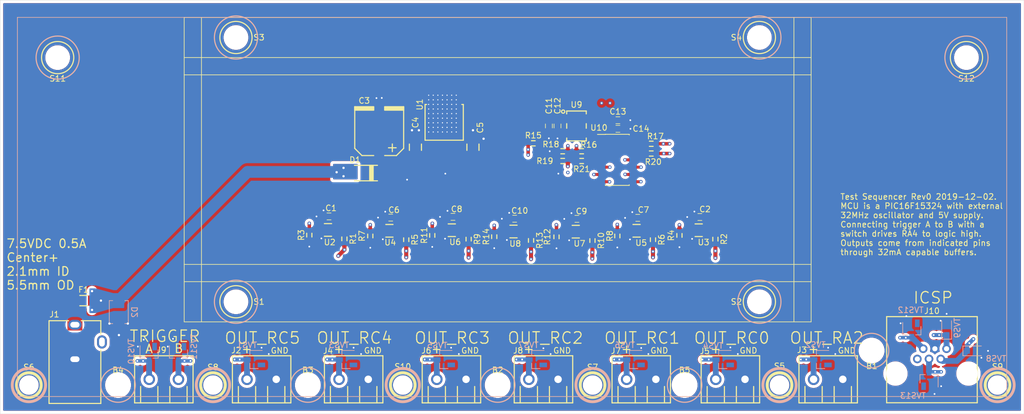
<source format=kicad_pcb>
(kicad_pcb (version 20171130) (host pcbnew "(5.1.4)-1")
  (title_block (title "Test Sequencer") (date 2019-12-02) (rev 0))
  (layers (0 F.Cu signal) (1 In1.Cu signal) (2 In2.Cu signal) (31 B.Cu signal) (34 B.Paste user) (35 F.Paste user) (36 B.SilkS user) (37 F.SilkS user) (38 B.Mask user) (39 F.Mask user) (44 Edge.Cuts user))
  (net 0 "")
  (net 1 GND)
  (net 2 /5V)
  (net 3 "Net-(C3-Pad1)")
  (net 4 "Net-(D1-Pad2)")
  (net 5 "Net-(F1-Pad2)")
  (net 6 "Net-(J2-Pad1)")
  (net 7 "Net-(J3-Pad1)")
  (net 8 "Net-(J4-Pad1)")
  (net 9 "Net-(J5-Pad1)")
  (net 10 "Net-(J6-Pad1)")
  (net 11 "Net-(J7-Pad1)")
  (net 12 "Net-(J8-Pad1)")
  (net 13 "Net-(J9-Pad1)")
  (net 14 "Net-(J9-Pad2)")
  (net 15 /J_VPP)
  (net 16 /J_PGD)
  (net 17 /J_PGC)
  (net 18 "Net-(R1-Pad2)")
  (net 19 "Net-(R2-Pad2)")
  (net 20 /OUT_RC5)
  (net 21 /OUT_RA2)
  (net 22 "Net-(R5-Pad2)")
  (net 23 "Net-(R6-Pad2)")
  (net 24 /OUT_RC4)
  (net 25 /OUT_RC0)
  (net 26 "Net-(R9-Pad2)")
  (net 27 "Net-(R10-Pad2)")
  (net 28 /OUT_RC3)
  (net 29 /OUT_RC1)
  (net 30 "Net-(R13-Pad2)")
  (net 31 /OUT_RC2)
  (net 32 "Net-(R16-Pad2)")
  (net 33 "Net-(R17-Pad2)")
  (net 34 "Net-(R20-Pad2)")
  (net 35 "Net-(R21-Pad1)")
  (net 36 "Net-(U10-Pad2)")
  (module test_sequencer:MountingBoss (layer F.Cu) (at 208.5 149)
    (fp_text reference B1 (at 0.05 2.7) (layer F.SilkS))
    (fp_text value MountingBoss)
    (pad "" np_thru_hole circle (at 0 0) (size 3.5 3.5) (drill 3.5) (layers *.Cu *.Mask))
  )
  (module test_sequencer:MountingBoss (layer F.Cu) (at 143.5 155)
    (fp_text reference B2 (at 0 -2.6) (layer F.SilkS))
    (fp_text value MountingBoss)
    (pad "" np_thru_hole circle (at 0 0) (size 3.5 3.5) (drill 3.5) (layers *.Cu *.Mask))
  )
  (module test_sequencer:MountingBoss (layer F.Cu) (at 110.5 155)
    (fp_text reference B3 (at 0 -2.6) (layer F.SilkS))
    (fp_text value MountingBoss)
    (pad "" np_thru_hole circle (at 0 0) (size 3.5 3.5) (drill 3.5) (layers *.Cu *.Mask))
  )
  (module test_sequencer:MountingBoss (layer F.Cu) (at 77.5 155)
    (fp_text reference B4 (at 0 -2.6) (layer F.SilkS))
    (fp_text value MountingBoss)
    (pad "" np_thru_hole circle (at 0 0) (size 3.5 3.5) (drill 3.5) (layers *.Cu *.Mask))
  )
  (module test_sequencer:MountingBoss (layer F.Cu) (at 176 155)
    (fp_text reference B5 (at 0 -2.6) (layer F.SilkS))
    (fp_text value MountingBoss)
    (pad "" np_thru_hole circle (at 0 0) (size 3.5 3.5) (drill 3.5) (layers *.Cu *.Mask))
  )
  (module test_sequencer:C_0603_HandSoldering (layer F.Cu) (at 114.175 125.65 180)
    (fp_text reference C1 (at -0.35 1.45) (layer F.SilkS))
    (fp_text value 100n)
    (pad 2 smd rect (at 0.95 0 180) (size 1.2 0.75) (layers F.Cu F.Paste F.Mask) (net 1 GND))
    (pad 1 smd rect (at -0.95 0 180) (size 1.2 0.75) (layers F.Cu F.Paste F.Mask) (net 2 /5V))
  )
  (module test_sequencer:C_0603_HandSoldering (layer F.Cu) (at 178.65 125.75 180)
    (fp_text reference C2 (at -0.9 1.35) (layer F.SilkS))
    (fp_text value 100n)
    (pad 1 smd rect (at -0.95 0 180) (size 1.2 0.75) (layers F.Cu F.Paste F.Mask) (net 2 /5V))
    (pad 2 smd rect (at 0.95 0 180) (size 1.2 0.75) (layers F.Cu F.Paste F.Mask) (net 1 GND))
  )
  (module test_sequencer:HXA_HA0 (layer F.Cu) (at 122.9 110.8 270)
    (fp_text reference C3 (at -5.3 2.6 180) (layer F.SilkS))
    (fp_text value HHXA500ARA470MHA0G)
    (fp_text user + (at 2.9 -2.15 90) (layer F.SilkS) (effects (font (size 1.75 1.75) (thickness 0.2))))
    (pad 1 smd rect (at 3.325 0 270) (size 3.55 1.6) (layers F.Cu F.Paste F.Mask) (net 3 "Net-(C3-Pad1)"))
    (pad 2 smd rect (at -3.325 0 270) (size 3.55 1.6) (layers F.Cu F.Paste F.Mask) (net 1 GND))
  )
  (module test_sequencer:C_1206 (layer F.Cu) (at 129.2 113.6 90)
    (fp_text reference C4 (at 4.3 0 90) (layer F.SilkS))
    (fp_text value 1u)
    (pad 1 smd rect (at -1.475 0 90) (size 1.55 2.1) (layers F.Cu F.Paste F.Mask) (net 3 "Net-(C3-Pad1)"))
    (pad 2 smd rect (at 1.475 0 90) (size 1.55 2.1) (layers F.Cu F.Paste F.Mask) (net 1 GND))
  )
  (module test_sequencer:C_1206 (layer F.Cu) (at 139.2 113.6 90)
    (fp_text reference C5 (at 3.4 1.25 90) (layer F.SilkS))
    (fp_text value 10u)
    (pad 2 smd rect (at 1.475 0 90) (size 1.55 2.1) (layers F.Cu F.Paste F.Mask) (net 1 GND))
    (pad 1 smd rect (at -1.475 0 90) (size 1.55 2.1) (layers F.Cu F.Paste F.Mask) (net 2 /5V))
  )
  (module test_sequencer:C_0603_HandSoldering (layer F.Cu) (at 124.9 125.85 180)
    (fp_text reference C6 (at -0.575 1.325) (layer F.SilkS))
    (fp_text value 100n)
    (pad 2 smd rect (at 0.95 0 180) (size 1.2 0.75) (layers F.Cu F.Paste F.Mask) (net 1 GND))
    (pad 1 smd rect (at -0.95 0 180) (size 1.2 0.75) (layers F.Cu F.Paste F.Mask) (net 2 /5V))
  )
  (module test_sequencer:C_0603_HandSoldering (layer F.Cu) (at 167.85 125.9 180)
    (fp_text reference C7 (at -1 1.4) (layer F.SilkS))
    (fp_text value 100n)
    (pad 2 smd rect (at 0.95 0 180) (size 1.2 0.75) (layers F.Cu F.Paste F.Mask) (net 1 GND))
    (pad 1 smd rect (at -0.95 0 180) (size 1.2 0.75) (layers F.Cu F.Paste F.Mask) (net 2 /5V))
  )
  (module test_sequencer:C_0603_HandSoldering (layer F.Cu) (at 135.725 125.725 180)
    (fp_text reference C8 (at -0.65 1.35) (layer F.SilkS))
    (fp_text value 100n)
    (pad 2 smd rect (at 0.95 0 180) (size 1.2 0.75) (layers F.Cu F.Paste F.Mask) (net 1 GND))
    (pad 1 smd rect (at -0.95 0 180) (size 1.2 0.75) (layers F.Cu F.Paste F.Mask) (net 2 /5V))
  )
  (module test_sequencer:C_0603_HandSoldering (layer F.Cu) (at 157.275 126.075 180)
    (fp_text reference C9 (at -0.8 1.325) (layer F.SilkS))
    (fp_text value 100n)
    (pad 1 smd rect (at -0.95 0 180) (size 1.2 0.75) (layers F.Cu F.Paste F.Mask) (net 2 /5V))
    (pad 2 smd rect (at 0.95 0 180) (size 1.2 0.75) (layers F.Cu F.Paste F.Mask) (net 1 GND))
  )
  (module test_sequencer:C_0603_HandSoldering (layer F.Cu) (at 146.45 126.05 180)
    (fp_text reference C10 (at -0.875 1.4) (layer F.SilkS))
    (fp_text value 100n)
    (pad 1 smd rect (at -0.95 0 180) (size 1.2 0.75) (layers F.Cu F.Paste F.Mask) (net 2 /5V))
    (pad 2 smd rect (at 0.95 0 180) (size 1.2 0.75) (layers F.Cu F.Paste F.Mask) (net 1 GND))
  )
  (module test_sequencer:C_0603_HandSoldering (layer F.Cu) (at 152.4 109.9 270)
    (fp_text reference C11 (at -3.5 0 90) (layer F.SilkS))
    (fp_text value 100n)
    (pad 1 smd rect (at -0.95 0 270) (size 1.2 0.75) (layers F.Cu F.Paste F.Mask) (net 2 /5V))
    (pad 2 smd rect (at 0.95 0 270) (size 1.2 0.75) (layers F.Cu F.Paste F.Mask) (net 1 GND))
  )
  (module test_sequencer:C_0603_HandSoldering (layer F.Cu) (at 153.9 109.9 270)
    (fp_text reference C12 (at -3.5 0 90) (layer F.SilkS))
    (fp_text value 10n)
    (pad 2 smd rect (at 0.95 0 270) (size 1.2 0.75) (layers F.Cu F.Paste F.Mask) (net 1 GND))
    (pad 1 smd rect (at -0.95 0 270) (size 1.2 0.75) (layers F.Cu F.Paste F.Mask) (net 2 /5V))
  )
  (module test_sequencer:C_0603_HandSoldering (layer F.Cu) (at 164.4 108.9 180)
    (fp_text reference C13 (at 0 1.5) (layer F.SilkS))
    (fp_text value 100n)
    (pad 1 smd rect (at -0.95 0 180) (size 1.2 0.75) (layers F.Cu F.Paste F.Mask) (net 1 GND))
    (pad 2 smd rect (at 0.95 0 180) (size 1.2 0.75) (layers F.Cu F.Paste F.Mask) (net 2 /5V))
  )
  (module test_sequencer:C_0603_HandSoldering (layer F.Cu) (at 164.4 110.4 180)
    (fp_text reference C14 (at -4.02 0.02) (layer F.SilkS))
    (fp_text value 10n)
    (pad 1 smd rect (at -0.95 0 180) (size 1.2 0.75) (layers F.Cu F.Paste F.Mask) (net 1 GND))
    (pad 2 smd rect (at 0.95 0 180) (size 1.2 0.75) (layers F.Cu F.Paste F.Mask) (net 2 /5V))
  )
  (module test_sequencer:SOD-128 (layer F.Cu) (at 120.6 118.1 180)
    (fp_text reference D1 (at 1.9 2.3) (layer F.SilkS))
    (fp_text value PMEG60T10ELPX)
    (pad 1 smd rect (at -2.25 0 180) (size 1.5 2.1) (layers F.Cu F.Paste F.Mask) (net 3 "Net-(C3-Pad1)"))
    (pad 2 smd rect (at 2.25 0 180) (size 1.5 2.1) (layers F.Cu F.Paste F.Mask) (net 4 "Net-(D1-Pad2)"))
  )
  (module test_sequencer:D_SMA_Bidir (layer B.Cu) (at 77.625 142.3 270)
    (fp_text reference D2 (at 0 -2.775 270) (layer B.SilkS) (effects (justify mirror)))
    (fp_text value SMAJ15CA)
    (pad 1 smd rect (at -2 0 270) (size 2.5 1.8) (layers B.Cu B.Paste B.Mask) (net 4 "Net-(D1-Pad2)"))
    (pad 2 smd rect (at 2 0 270) (size 2.5 1.8) (layers B.Cu B.Paste B.Mask) (net 1 GND))
  )
  (module test_sequencer:F_1206 (layer F.Cu) (at 71.5 140.3 180)
    (fp_text reference F1 (at 0 1.9) (layer F.SilkS))
    (fp_text value 0685T1500-01)
    (pad 1 smd rect (at -1.48 0 180) (size 1.44 1.78) (layers F.Cu F.Paste F.Mask) (net 4 "Net-(D1-Pad2)"))
    (pad 2 smd rect (at 1.48 0 180) (size 1.44 1.78) (layers F.Cu F.Paste F.Mask) (net 5 "Net-(F1-Pad2)"))
  )
  (module test_sequencer:PJ-102AH (layer F.Cu) (at 70 144.5 180)
    (fp_text reference J1 (at 3.575 1.8) (layer F.SilkS))
    (fp_text value PJ-102AH)
    (pad 1 thru_hole oval (at 0 0 180) (size 2.3 1.7) (drill oval 1.6 1) (layers *.Cu *.Mask) (net 5 "Net-(F1-Pad2)"))
    (pad 2 thru_hole oval (at 0 -6 180) (size 2.3 1.7) (drill oval 1.6 1) (layers *.Cu *.Mask) (net 1 GND))
    (pad 3 thru_hole oval (at -4.7 -3 270) (size 2.3 1.7) (drill oval 1.6 1) (layers *.Cu *.Mask))
  )
  (module test_sequencer:282837-2 (layer F.Cu) (at 105 154)
    (fp_text reference J2 (at -6.95 -5.05 180) (layer F.SilkS))
    (fp_text value 282837-2)
    (pad 2 thru_hole circle (at 0 0) (size 2 2) (drill 1.3) (layers *.Cu *.Mask) (net 1 GND))
    (pad 1 thru_hole circle (at -5.08 0) (size 2 2) (drill 1.3) (layers *.Cu *.Mask) (net 6 "Net-(J2-Pad1)"))
  )
  (module test_sequencer:282837-2 (layer F.Cu) (at 203.5 154)
    (fp_text reference J3 (at -7.1 -5.1 180) (layer F.SilkS))
    (fp_text value 282837-2)
    (pad 2 thru_hole circle (at 0 0) (size 2 2) (drill 1.3) (layers *.Cu *.Mask) (net 1 GND))
    (pad 1 thru_hole circle (at -5.08 0) (size 2 2) (drill 1.3) (layers *.Cu *.Mask) (net 7 "Net-(J3-Pad1)"))
  )
  (module test_sequencer:282837-2 (layer F.Cu) (at 121 154)
    (fp_text reference J4 (at -7 -4.95 180) (layer F.SilkS))
    (fp_text value 282837-2)
    (pad 1 thru_hole circle (at -5.08 0) (size 2 2) (drill 1.3) (layers *.Cu *.Mask) (net 8 "Net-(J4-Pad1)"))
    (pad 2 thru_hole circle (at 0 0) (size 2 2) (drill 1.3) (layers *.Cu *.Mask) (net 1 GND))
  )
  (module test_sequencer:282837-2 (layer F.Cu) (at 186.5 154)
    (fp_text reference J5 (at -7 -4.9 180) (layer F.SilkS))
    (fp_text value 282837-2)
    (pad 2 thru_hole circle (at 0 0) (size 2 2) (drill 1.3) (layers *.Cu *.Mask) (net 1 GND))
    (pad 1 thru_hole circle (at -5.08 0) (size 2 2) (drill 1.3) (layers *.Cu *.Mask) (net 9 "Net-(J5-Pad1)"))
  )
  (module test_sequencer:282837-2 (layer F.Cu) (at 138 154)
    (fp_text reference J6 (at -6.9 -5 180) (layer F.SilkS))
    (fp_text value 282837-2)
    (pad 2 thru_hole circle (at 0 0) (size 2 2) (drill 1.3) (layers *.Cu *.Mask) (net 1 GND))
    (pad 1 thru_hole circle (at -5.08 0) (size 2 2) (drill 1.3) (layers *.Cu *.Mask) (net 10 "Net-(J6-Pad1)"))
  )
  (module test_sequencer:282837-2 (layer F.Cu) (at 171 154)
    (fp_text reference J7 (at -6.95 -4.95 180) (layer F.SilkS))
    (fp_text value 282837-2)
    (pad 1 thru_hole circle (at -5.08 0) (size 2 2) (drill 1.3) (layers *.Cu *.Mask) (net 11 "Net-(J7-Pad1)"))
    (pad 2 thru_hole circle (at 0 0) (size 2 2) (drill 1.3) (layers *.Cu *.Mask) (net 1 GND))
  )
  (module test_sequencer:282837-2 (layer F.Cu) (at 154 154)
    (fp_text reference J8 (at -6.95 -5 180) (layer F.SilkS))
    (fp_text value 282837-2)
    (pad 1 thru_hole circle (at -5.08 0) (size 2 2) (drill 1.3) (layers *.Cu *.Mask) (net 12 "Net-(J8-Pad1)"))
    (pad 2 thru_hole circle (at 0 0) (size 2 2) (drill 1.3) (layers *.Cu *.Mask) (net 1 GND))
  )
  (module test_sequencer:282837-2 (layer F.Cu) (at 88 154)
    (fp_text reference J9 (at -2.95 -5.1 180) (layer F.SilkS))
    (fp_text value 282837-2)
    (pad 1 thru_hole circle (at -5.08 0) (size 2 2) (drill 1.3) (layers *.Cu *.Mask) (net 13 "Net-(J9-Pad1)"))
    (pad 2 thru_hole circle (at 0 0) (size 2 2) (drill 1.3) (layers *.Cu *.Mask) (net 14 "Net-(J9-Pad2)"))
  )
  (module test_sequencer:0438600002 (layer F.Cu) (at 219 153)
    (fp_text reference J10 (at 0 -10.9) (layer F.SilkS))
    (fp_text value 0438600002)
    (pad "" np_thru_hole circle (at -6.35 0) (size 3.25 3.25) (drill 3.25) (layers *.Cu *.Mask))
    (pad "" np_thru_hole circle (at 6.35 0) (size 3.25 3.25) (drill 3.25) (layers *.Cu *.Mask))
    (pad 1 thru_hole circle (at 2.54 -4.32) (size 1.49 1.49) (drill 0.89) (layers *.Cu *.Mask) (net 15 /J_VPP))
    (pad 2 thru_hole circle (at 1.525 -2.54) (size 1.49 1.49) (drill 0.89) (layers *.Cu *.Mask) (net 2 /5V))
    (pad 3 thru_hole circle (at 0.51 -4.32) (size 1.49 1.49) (drill 0.89) (layers *.Cu *.Mask) (net 1 GND))
    (pad 4 thru_hole circle (at -0.51 -2.54) (size 1.49 1.49) (drill 0.89) (layers *.Cu *.Mask) (net 16 /J_PGD))
    (pad 5 thru_hole circle (at -1.525 -4.32) (size 1.49 1.49) (drill 0.89) (layers *.Cu *.Mask) (net 17 /J_PGC))
    (pad 6 thru_hole circle (at -2.54 -2.54) (size 1.49 1.49) (drill 0.89) (layers *.Cu *.Mask))
  )
  (module test_sequencer:R_0603 (layer F.Cu) (at 116.85 129.55 90)
    (fp_text reference R1 (at 0 1.5 90) (layer F.SilkS))
    (fp_text value 10R)
    (pad 2 smd rect (at 0.9 0 90) (size 0.9 0.85) (layers F.Cu F.Paste F.Mask) (net 18 "Net-(R1-Pad2)"))
    (pad 1 smd rect (at -0.9 0 90) (size 0.9 0.85) (layers F.Cu F.Paste F.Mask) (net 6 "Net-(J2-Pad1)"))
  )
  (module test_sequencer:R_0603 (layer F.Cu) (at 181.35 129.6 90)
    (fp_text reference R2 (at 0 1.5 90) (layer F.SilkS))
    (fp_text value 10R)
    (pad 1 smd rect (at -0.9 0 90) (size 0.9 0.85) (layers F.Cu F.Paste F.Mask) (net 7 "Net-(J3-Pad1)"))
    (pad 2 smd rect (at 0.9 0 90) (size 0.9 0.85) (layers F.Cu F.Paste F.Mask) (net 19 "Net-(R2-Pad2)"))
  )
  (module test_sequencer:R_0603 (layer F.Cu) (at 110.75 128.9 90)
    (fp_text reference R3 (at 0 -1.4 90) (layer F.SilkS))
    (fp_text value 47k)
    (pad 1 smd rect (at -0.9 0 90) (size 0.9 0.85) (layers F.Cu F.Paste F.Mask) (net 1 GND))
    (pad 2 smd rect (at 0.9 0 90) (size 0.9 0.85) (layers F.Cu F.Paste F.Mask) (net 20 /OUT_RC5))
  )
  (module test_sequencer:R_0603 (layer F.Cu) (at 175.1 128.95 90)
    (fp_text reference R4 (at 0 -1.45 90) (layer F.SilkS))
    (fp_text value 47k)
    (pad 1 smd rect (at -0.9 0 90) (size 0.9 0.85) (layers F.Cu F.Paste F.Mask) (net 1 GND))
    (pad 2 smd rect (at 0.9 0 90) (size 0.9 0.85) (layers F.Cu F.Paste F.Mask) (net 21 /OUT_RA2))
  )
  (module test_sequencer:R_0603 (layer F.Cu) (at 127.6 129.7 90)
    (fp_text reference R5 (at 0 1.5 90) (layer F.SilkS))
    (fp_text value 10R)
    (pad 2 smd rect (at 0.9 0 90) (size 0.9 0.85) (layers F.Cu F.Paste F.Mask) (net 22 "Net-(R5-Pad2)"))
    (pad 1 smd rect (at -0.9 0 90) (size 0.9 0.85) (layers F.Cu F.Paste F.Mask) (net 8 "Net-(J4-Pad1)"))
  )
  (module test_sequencer:R_0603 (layer F.Cu) (at 170.5 129.7 90)
    (fp_text reference R6 (at 0 1.5 90) (layer F.SilkS))
    (fp_text value 10R)
    (pad 1 smd rect (at -0.9 0 90) (size 0.9 0.85) (layers F.Cu F.Paste F.Mask) (net 9 "Net-(J5-Pad1)"))
    (pad 2 smd rect (at 0.9 0 90) (size 0.9 0.85) (layers F.Cu F.Paste F.Mask) (net 23 "Net-(R6-Pad2)"))
  )
  (module test_sequencer:R_0603 (layer F.Cu) (at 121.35 129.05 90)
    (fp_text reference R7 (at 0 -1.45 90) (layer F.SilkS))
    (fp_text value 47k)
    (pad 2 smd rect (at 0.9 0 90) (size 0.9 0.85) (layers F.Cu F.Paste F.Mask) (net 24 /OUT_RC4))
    (pad 1 smd rect (at -0.9 0 90) (size 0.9 0.85) (layers F.Cu F.Paste F.Mask) (net 1 GND))
  )
  (module test_sequencer:R_0603 (layer F.Cu) (at 164.3 129.05 90)
    (fp_text reference R8 (at 0 -1.3 90) (layer F.SilkS))
    (fp_text value 47k)
    (pad 2 smd rect (at 0.9 0 90) (size 0.9 0.85) (layers F.Cu F.Paste F.Mask) (net 25 /OUT_RC0))
    (pad 1 smd rect (at -0.9 0 90) (size 0.9 0.85) (layers F.Cu F.Paste F.Mask) (net 1 GND))
  )
  (module test_sequencer:R_0603 (layer F.Cu) (at 138.45 129.6 90)
    (fp_text reference R9 (at 0 1.5 90) (layer F.SilkS))
    (fp_text value 10R)
    (pad 2 smd rect (at 0.9 0 90) (size 0.9 0.85) (layers F.Cu F.Paste F.Mask) (net 26 "Net-(R9-Pad2)"))
    (pad 1 smd rect (at -0.9 0 90) (size 0.9 0.85) (layers F.Cu F.Paste F.Mask) (net 10 "Net-(J6-Pad1)"))
  )
  (module test_sequencer:R_0603 (layer F.Cu) (at 159.975 129.85 90)
    (fp_text reference R10 (at 0 1.5 90) (layer F.SilkS))
    (fp_text value 10R)
    (pad 1 smd rect (at -0.9 0 90) (size 0.9 0.85) (layers F.Cu F.Paste F.Mask) (net 11 "Net-(J7-Pad1)"))
    (pad 2 smd rect (at 0.9 0 90) (size 0.9 0.85) (layers F.Cu F.Paste F.Mask) (net 27 "Net-(R10-Pad2)"))
  )
  (module test_sequencer:R_0603 (layer F.Cu) (at 132.125 128.95 90)
    (fp_text reference R11 (at 0 -1.4 90) (layer F.SilkS))
    (fp_text value 47k)
    (pad 2 smd rect (at 0.9 0 90) (size 0.9 0.85) (layers F.Cu F.Paste F.Mask) (net 28 /OUT_RC3))
    (pad 1 smd rect (at -0.9 0 90) (size 0.9 0.85) (layers F.Cu F.Paste F.Mask) (net 1 GND))
  )
  (module test_sequencer:R_0603 (layer F.Cu) (at 153.725 129.2 90)
    (fp_text reference R12 (at 0 -1.6 90) (layer F.SilkS))
    (fp_text value 47k)
    (pad 1 smd rect (at -0.9 0 90) (size 0.9 0.85) (layers F.Cu F.Paste F.Mask) (net 1 GND))
    (pad 2 smd rect (at 0.9 0 90) (size 0.9 0.85) (layers F.Cu F.Paste F.Mask) (net 29 /OUT_RC1))
  )
  (module test_sequencer:R_0603 (layer F.Cu) (at 149.3 129.825 90)
    (fp_text reference R13 (at 0 1.5 90) (layer F.SilkS))
    (fp_text value 10R)
    (pad 2 smd rect (at 0.9 0 90) (size 0.9 0.85) (layers F.Cu F.Paste F.Mask) (net 30 "Net-(R13-Pad2)"))
    (pad 1 smd rect (at -0.9 0 90) (size 0.9 0.85) (layers F.Cu F.Paste F.Mask) (net 12 "Net-(J8-Pad1)"))
  )
  (module test_sequencer:R_0603 (layer F.Cu) (at 142.9 129.175 90)
    (fp_text reference R14 (at 0 -1.4 90) (layer F.SilkS))
    (fp_text value 47k)
    (pad 1 smd rect (at -0.9 0 90) (size 0.9 0.85) (layers F.Cu F.Paste F.Mask) (net 1 GND))
    (pad 2 smd rect (at 0.9 0 90) (size 0.9 0.85) (layers F.Cu F.Paste F.Mask) (net 31 /OUT_RC2))
  )
  (module test_sequencer:R_0603 (layer F.Cu) (at 149.7 112.925)
    (fp_text reference R15 (at 0 -1.375) (layer F.SilkS))
    (fp_text value 220R)
    (pad 2 smd rect (at 0.9 0) (size 0.9 0.85) (layers F.Cu F.Paste F.Mask) (net 2 /5V))
    (pad 1 smd rect (at -0.9 0) (size 0.9 0.85) (layers F.Cu F.Paste F.Mask) (net 13 "Net-(J9-Pad1)"))
  )
  (module test_sequencer:R_0603 (layer F.Cu) (at 158.1 114.3)
    (fp_text reference R16 (at 1.23 -1.13) (layer F.SilkS))
    (fp_text value 10k)
    (pad 1 smd rect (at -0.9 0) (size 0.9 0.85) (layers F.Cu F.Paste F.Mask) (net 14 "Net-(J9-Pad2)"))
    (pad 2 smd rect (at 0.9 0) (size 0.9 0.85) (layers F.Cu F.Paste F.Mask) (net 32 "Net-(R16-Pad2)"))
  )
  (module test_sequencer:R_0603 (layer F.Cu) (at 170.2 113 180)
    (fp_text reference R17 (at -0.725 1.3) (layer F.SilkS))
    (fp_text value 22R)
    (pad 2 smd rect (at 0.9 0 180) (size 0.9 0.85) (layers F.Cu F.Paste F.Mask) (net 33 "Net-(R17-Pad2)"))
    (pad 1 smd rect (at -0.9 0 180) (size 0.9 0.85) (layers F.Cu F.Paste F.Mask) (net 16 /J_PGD))
  )
  (module test_sequencer:R_0603 (layer F.Cu) (at 154.8 114.3 180)
    (fp_text reference R18 (at 2.05 1.2) (layer F.SilkS))
    (fp_text value 2.4k)
    (pad 2 smd rect (at 0.9 0 180) (size 0.9 0.85) (layers F.Cu F.Paste F.Mask) (net 1 GND))
    (pad 1 smd rect (at -0.9 0 180) (size 0.9 0.85) (layers F.Cu F.Paste F.Mask) (net 14 "Net-(J9-Pad2)"))
  )
  (module test_sequencer:R_0603 (layer F.Cu) (at 154.8 116)
    (fp_text reference R19 (at -3.1 0) (layer F.SilkS))
    (fp_text value 10k)
    (pad 1 smd rect (at -0.9 0) (size 0.9 0.85) (layers F.Cu F.Paste F.Mask) (net 2 /5V))
    (pad 2 smd rect (at 0.9 0) (size 0.9 0.85) (layers F.Cu F.Paste F.Mask) (net 15 /J_VPP))
  )
  (module test_sequencer:R_0603 (layer F.Cu) (at 170.2 114.7 180)
    (fp_text reference R20 (at -0.35 -1.45) (layer F.SilkS))
    (fp_text value 22R)
    (pad 1 smd rect (at -0.9 0 180) (size 0.9 0.85) (layers F.Cu F.Paste F.Mask) (net 17 /J_PGC))
    (pad 2 smd rect (at 0.9 0 180) (size 0.9 0.85) (layers F.Cu F.Paste F.Mask) (net 34 "Net-(R20-Pad2)"))
  )
  (module test_sequencer:R_0603 (layer F.Cu) (at 158.1 116 180)
    (fp_text reference R21 (at 0 -1.4) (layer F.SilkS))
    (fp_text value 22R)
    (pad 2 smd rect (at 0.9 0 180) (size 0.9 0.85) (layers F.Cu F.Paste F.Mask) (net 15 /J_VPP))
    (pad 1 smd rect (at -0.9 0 180) (size 0.9 0.85) (layers F.Cu F.Paste F.Mask) (net 35 "Net-(R21-Pad1)"))
  )
  (module test_sequencer:Screw_#4 (layer F.Cu) (at 98 140.5)
    (fp_text reference S1 (at 4 0) (layer F.SilkS))
    (fp_text value Screw_#4)
    (pad "" np_thru_hole circle (at 0 0) (size 3.3 3.3) (drill 3.3) (layers *.Cu *.Mask))
  )
  (module test_sequencer:Screw_#4 (layer F.Cu) (at 189 140.5)
    (fp_text reference S2 (at -4 0) (layer F.SilkS))
    (fp_text value Screw_#4)
    (pad "" np_thru_hole circle (at 0 0) (size 3.3 3.3) (drill 3.3) (layers *.Cu *.Mask))
  )
  (module test_sequencer:Screw_#4 (layer F.Cu) (at 98 94.5)
    (fp_text reference S3 (at 4 0) (layer F.SilkS))
    (fp_text value Screw_#4)
    (pad "" np_thru_hole circle (at 0 0) (size 3.3 3.3) (drill 3.3) (layers *.Cu *.Mask))
  )
  (module test_sequencer:Screw_#4 (layer F.Cu) (at 189 94.5)
    (fp_text reference S4 (at -4 0) (layer F.SilkS))
    (fp_text value Screw_#4)
    (pad "" np_thru_hole circle (at 0 0) (size 3.3 3.3) (drill 3.3) (layers *.Cu *.Mask))
  )
  (module test_sequencer:Screw_#2 (layer F.Cu) (at 192.5 155)
    (fp_text reference S5 (at 0 -3.3) (layer F.SilkS))
    (fp_text value Screw_#2)
    (pad "" np_thru_hole circle (at 0 0) (size 2.4 2.4) (drill 2.4) (layers *.Cu *.Mask))
  )
  (module test_sequencer:Screw_#2 (layer F.Cu) (at 62 155)
    (fp_text reference S6 (at 0 -3.1) (layer F.SilkS))
    (fp_text value Screw_#2)
    (pad "" np_thru_hole circle (at 0 0) (size 2.4 2.4) (drill 2.4) (layers *.Cu *.Mask))
  )
  (module test_sequencer:Screw_#2 (layer F.Cu) (at 160 155)
    (fp_text reference S7 (at 0 -3.1) (layer F.SilkS))
    (fp_text value Screw_#2)
    (pad "" np_thru_hole circle (at 0 0) (size 2.4 2.4) (drill 2.4) (layers *.Cu *.Mask))
  )
  (module test_sequencer:Screw_#2 (layer F.Cu) (at 94 155)
    (fp_text reference S8 (at 0 -3.1) (layer F.SilkS))
    (fp_text value Screw_#2)
    (pad "" np_thru_hole circle (at 0 0) (size 2.4 2.4) (drill 2.4) (layers *.Cu *.Mask))
  )
  (module test_sequencer:Screw_#2 (layer F.Cu) (at 230.4 155)
    (fp_text reference S9 (at 0 -3.2) (layer F.SilkS))
    (fp_text value Screw_#2)
    (pad "" np_thru_hole circle (at 0 0) (size 2.4 2.4) (drill 2.4) (layers *.Cu *.Mask))
  )
  (module test_sequencer:Screw_#2 (layer F.Cu) (at 127 155)
    (fp_text reference S10 (at 0 -3.2) (layer F.SilkS))
    (fp_text value Screw_#2)
    (pad "" np_thru_hole circle (at 0 0) (size 2.4 2.4) (drill 2.4) (layers *.Cu *.Mask))
  )
  (module test_sequencer:SOT-23 (layer B.Cu) (at 101.175 150.55 180)
    (fp_text reference TVS1 (at 1.275 2.5) (layer B.SilkS) (effects (justify mirror)))
    (fp_text value DLP05LC-7-F)
    (pad 3 smd rect (at 1.25 0 180) (size 1.3 0.8) (layers B.Cu B.Paste B.Mask) (net 6 "Net-(J2-Pad1)"))
    (pad 2 smd rect (at -1.25 -0.95 180) (size 1.3 0.8) (layers B.Cu B.Paste B.Mask))
    (pad 1 smd rect (at -1.25 0.95 180) (size 1.3 0.8) (layers B.Cu B.Paste B.Mask) (net 1 GND))
  )
  (module test_sequencer:SOT-23 (layer B.Cu) (at 199.675 150.55 180)
    (fp_text reference TVS2 (at 0.925 2.55) (layer B.SilkS) (effects (justify mirror)))
    (fp_text value DLP05LC-7-F)
    (pad 1 smd rect (at -1.25 0.95 180) (size 1.3 0.8) (layers B.Cu B.Paste B.Mask) (net 1 GND))
    (pad 2 smd rect (at -1.25 -0.95 180) (size 1.3 0.8) (layers B.Cu B.Paste B.Mask))
    (pad 3 smd rect (at 1.25 0 180) (size 1.3 0.8) (layers B.Cu B.Paste B.Mask) (net 7 "Net-(J3-Pad1)"))
  )
  (module test_sequencer:SOT-23 (layer B.Cu) (at 117.175 150.55 180)
    (fp_text reference TVS3 (at 1.275 2.5) (layer B.SilkS) (effects (justify mirror)))
    (fp_text value DLP05LC-7-F)
    (pad 1 smd rect (at -1.25 0.95 180) (size 1.3 0.8) (layers B.Cu B.Paste B.Mask) (net 1 GND))
    (pad 2 smd rect (at -1.25 -0.95 180) (size 1.3 0.8) (layers B.Cu B.Paste B.Mask))
    (pad 3 smd rect (at 1.25 0 180) (size 1.3 0.8) (layers B.Cu B.Paste B.Mask) (net 8 "Net-(J4-Pad1)"))
  )
  (module test_sequencer:SOT-23 (layer B.Cu) (at 182.675 150.55 180)
    (fp_text reference TVS4 (at 1.725 2.4) (layer B.SilkS) (effects (justify mirror)))
    (fp_text value DLP05LC-7-F)
    (pad 3 smd rect (at 1.25 0 180) (size 1.3 0.8) (layers B.Cu B.Paste B.Mask) (net 9 "Net-(J5-Pad1)"))
    (pad 2 smd rect (at -1.25 -0.95 180) (size 1.3 0.8) (layers B.Cu B.Paste B.Mask))
    (pad 1 smd rect (at -1.25 0.95 180) (size 1.3 0.8) (layers B.Cu B.Paste B.Mask) (net 1 GND))
  )
  (module test_sequencer:SOT-23 (layer B.Cu) (at 134.175 150.55 180)
    (fp_text reference TVS5 (at 1.175 2.45) (layer B.SilkS) (effects (justify mirror)))
    (fp_text value DLP05LC-7-F)
    (pad 1 smd rect (at -1.25 0.95 180) (size 1.3 0.8) (layers B.Cu B.Paste B.Mask) (net 1 GND))
    (pad 2 smd rect (at -1.25 -0.95 180) (size 1.3 0.8) (layers B.Cu B.Paste B.Mask))
    (pad 3 smd rect (at 1.25 0 180) (size 1.3 0.8) (layers B.Cu B.Paste B.Mask) (net 10 "Net-(J6-Pad1)"))
  )
  (module test_sequencer:SOT-23 (layer B.Cu) (at 167.175 150.55 180)
    (fp_text reference TVS6 (at 1.575 2.5) (layer B.SilkS) (effects (justify mirror)))
    (fp_text value DLP05LC-7-F)
    (pad 1 smd rect (at -1.25 0.95 180) (size 1.3 0.8) (layers B.Cu B.Paste B.Mask) (net 1 GND))
    (pad 2 smd rect (at -1.25 -0.95 180) (size 1.3 0.8) (layers B.Cu B.Paste B.Mask))
    (pad 3 smd rect (at 1.25 0 180) (size 1.3 0.8) (layers B.Cu B.Paste B.Mask) (net 11 "Net-(J7-Pad1)"))
  )
  (module test_sequencer:SOT-23 (layer B.Cu) (at 150.175 150.55 180)
    (fp_text reference TVS7 (at 1.325 2.5) (layer B.SilkS) (effects (justify mirror)))
    (fp_text value DLP05LC-7-F)
    (pad 3 smd rect (at 1.25 0 180) (size 1.3 0.8) (layers B.Cu B.Paste B.Mask) (net 12 "Net-(J8-Pad1)"))
    (pad 2 smd rect (at -1.25 -0.95 180) (size 1.3 0.8) (layers B.Cu B.Paste B.Mask))
    (pad 1 smd rect (at -1.25 0.95 180) (size 1.3 0.8) (layers B.Cu B.Paste B.Mask) (net 1 GND))
  )
  (module test_sequencer:D_SOD-323_HandSoldering (layer B.Cu) (at 226.35 149.05)
    (fp_text reference TVS8 (at 3.8 1.35) (layer B.SilkS) (effects (justify mirror)))
    (fp_text value SD05-7)
    (pad 2 smd rect (at 1.25 0) (size 1 1) (layers B.Cu B.Paste B.Mask) (net 1 GND))
    (pad 1 smd rect (at -1.25 0) (size 1 1) (layers B.Cu B.Paste B.Mask) (net 2 /5V))
  )
  (module test_sequencer:D_SOD-323_HandSoldering (layer B.Cu) (at 221.55 145.05 90)
    (fp_text reference TVS9 (at 0 1.85 270) (layer B.SilkS) (effects (justify mirror)))
    (fp_text value DF2S12FU,H3F)
    (pad 1 smd rect (at -1.25 0 90) (size 1 1) (layers B.Cu B.Paste B.Mask) (net 15 /J_VPP))
    (pad 2 smd rect (at 1.25 0 90) (size 1 1) (layers B.Cu B.Paste B.Mask) (net 1 GND))
  )
  (module test_sequencer:SOT-23 (layer B.Cu) (at 82.9 149.55 270)
    (fp_text reference TVS10 (at -0.4 3.1 90) (layer B.SilkS) (effects (justify mirror)))
    (fp_text value DLP05LC-7-F)
    (pad 3 smd rect (at 1.25 0 270) (size 1.3 0.8) (layers B.Cu B.Paste B.Mask) (net 13 "Net-(J9-Pad1)"))
    (pad 2 smd rect (at -1.25 -0.95 270) (size 1.3 0.8) (layers B.Cu B.Paste B.Mask))
    (pad 1 smd rect (at -1.25 0.95 270) (size 1.3 0.8) (layers B.Cu B.Paste B.Mask) (net 1 GND))
  )
  (module test_sequencer:SOT-23 (layer B.Cu) (at 88 149.55 270)
    (fp_text reference TVS11 (at -1.2 -2.7 270) (layer B.SilkS) (effects (justify mirror)))
    (fp_text value DLP05LC-7-F)
    (pad 1 smd rect (at -1.25 0.95 270) (size 1.3 0.8) (layers B.Cu B.Paste B.Mask) (net 1 GND))
    (pad 2 smd rect (at -1.25 -0.95 270) (size 1.3 0.8) (layers B.Cu B.Paste B.Mask))
    (pad 3 smd rect (at 1.25 0 270) (size 1.3 0.8) (layers B.Cu B.Paste B.Mask) (net 14 "Net-(J9-Pad2)"))
  )
  (module test_sequencer:SOT-23 (layer B.Cu) (at 215.5 145.5 270)
    (fp_text reference TVS12 (at -3.55 0.2 180) (layer B.SilkS) (effects (justify mirror)))
    (fp_text value DLP05LC-7-F)
    (pad 3 smd rect (at 1.25 0 270) (size 1.3 0.8) (layers B.Cu B.Paste B.Mask) (net 17 /J_PGC))
    (pad 2 smd rect (at -1.25 -0.95 270) (size 1.3 0.8) (layers B.Cu B.Paste B.Mask))
    (pad 1 smd rect (at -1.25 0.95 270) (size 1.3 0.8) (layers B.Cu B.Paste B.Mask) (net 1 GND))
  )
  (module test_sequencer:SOT-23 (layer B.Cu) (at 218.5 153.95 90)
    (fp_text reference TVS13 (at -2.9 -2.8 180) (layer B.SilkS) (effects (justify mirror)))
    (fp_text value DLP05LC-7-F)
    (pad 1 smd rect (at -1.25 0.95 90) (size 1.3 0.8) (layers B.Cu B.Paste B.Mask) (net 1 GND))
    (pad 2 smd rect (at -1.25 -0.95 90) (size 1.3 0.8) (layers B.Cu B.Paste B.Mask))
    (pad 3 smd rect (at 1.25 0 90) (size 1.3 0.8) (layers B.Cu B.Paste B.Mask) (net 16 /J_PGD))
  )
  (module test_sequencer:IFX24401TEV (layer F.Cu) (at 134.2 110.4)
    (fp_text reference U1 (at -4.25 -4.225 90) (layer F.SilkS))
    (fp_text value IFX24401TEV50)
    (pad 1 smd rect (at -2.28 4.485) (size 0.7 2) (layers F.Cu F.Paste F.Mask) (net 3 "Net-(C3-Pad1)"))
    (pad 2 smd rect (at -1.14 4.485) (size 0.7 2) (layers F.Cu F.Paste F.Mask))
    (pad 3 smd rect (at 0 -2.625) (size 5.9 7.25) (layers F.Cu F.Paste F.Mask) (net 1 GND))
    (pad 4 smd rect (at 1.14 4.485) (size 0.7 2) (layers F.Cu F.Paste F.Mask) (net 3 "Net-(C3-Pad1)"))
    (pad 5 smd rect (at 2.28 4.485) (size 0.7 2) (layers F.Cu F.Paste F.Mask) (net 2 /5V))
  )
  (module test_sequencer:SC-70-5 (layer F.Cu) (at 114 128)
    (fp_text reference U2 (at 0.3 2.15) (layer F.SilkS))
    (fp_text value NL17SZ17DFT2G)
    (pad 5 smd rect (at 1.16 -0.65) (size 1.08 0.4) (layers F.Cu F.Paste F.Mask) (net 2 /5V))
    (pad 4 smd rect (at 1.16 0.65) (size 1.08 0.4) (layers F.Cu F.Paste F.Mask) (net 18 "Net-(R1-Pad2)"))
    (pad 3 smd rect (at -1.16 0.65) (size 1.08 0.4) (layers F.Cu F.Paste F.Mask) (net 1 GND))
    (pad 2 smd rect (at -1.16 0) (size 1.08 0.4) (layers F.Cu F.Paste F.Mask) (net 20 /OUT_RC5))
    (pad 1 smd rect (at -1.16 -0.65) (size 1.08 0.4) (layers F.Cu F.Paste F.Mask))
  )
  (module test_sequencer:SC-70-5 (layer F.Cu) (at 178.45 128.05)
    (fp_text reference U3 (at 0.85 2.1) (layer F.SilkS))
    (fp_text value NL17SZ17DFT2G)
    (pad 5 smd rect (at 1.16 -0.65) (size 1.08 0.4) (layers F.Cu F.Paste F.Mask) (net 2 /5V))
    (pad 4 smd rect (at 1.16 0.65) (size 1.08 0.4) (layers F.Cu F.Paste F.Mask) (net 19 "Net-(R2-Pad2)"))
    (pad 3 smd rect (at -1.16 0.65) (size 1.08 0.4) (layers F.Cu F.Paste F.Mask) (net 1 GND))
    (pad 2 smd rect (at -1.16 0) (size 1.08 0.4) (layers F.Cu F.Paste F.Mask) (net 21 /OUT_RA2))
    (pad 1 smd rect (at -1.16 -0.65) (size 1.08 0.4) (layers F.Cu F.Paste F.Mask))
  )
  (module test_sequencer:SC-70-5 (layer F.Cu) (at 124.675 128.15)
    (fp_text reference U4 (at 0.15 2.025) (layer F.SilkS))
    (fp_text value NL17SZ17DFT2G)
    (pad 1 smd rect (at -1.16 -0.65) (size 1.08 0.4) (layers F.Cu F.Paste F.Mask))
    (pad 2 smd rect (at -1.16 0) (size 1.08 0.4) (layers F.Cu F.Paste F.Mask) (net 24 /OUT_RC4))
    (pad 3 smd rect (at -1.16 0.65) (size 1.08 0.4) (layers F.Cu F.Paste F.Mask) (net 1 GND))
    (pad 4 smd rect (at 1.16 0.65) (size 1.08 0.4) (layers F.Cu F.Paste F.Mask) (net 22 "Net-(R5-Pad2)"))
    (pad 5 smd rect (at 1.16 -0.65) (size 1.08 0.4) (layers F.Cu F.Paste F.Mask) (net 2 /5V))
  )
  (module test_sequencer:SC-70-5 (layer F.Cu) (at 167.65 128.15)
    (fp_text reference U5 (at 0.8 2.1) (layer F.SilkS))
    (fp_text value NL17SZ17DFT2G)
    (pad 1 smd rect (at -1.16 -0.65) (size 1.08 0.4) (layers F.Cu F.Paste F.Mask))
    (pad 2 smd rect (at -1.16 0) (size 1.08 0.4) (layers F.Cu F.Paste F.Mask) (net 25 /OUT_RC0))
    (pad 3 smd rect (at -1.16 0.65) (size 1.08 0.4) (layers F.Cu F.Paste F.Mask) (net 1 GND))
    (pad 4 smd rect (at 1.16 0.65) (size 1.08 0.4) (layers F.Cu F.Paste F.Mask) (net 23 "Net-(R6-Pad2)"))
    (pad 5 smd rect (at 1.16 -0.65) (size 1.08 0.4) (layers F.Cu F.Paste F.Mask) (net 2 /5V))
  )
  (module test_sequencer:SC-70-5 (layer F.Cu) (at 135.525 128.05)
    (fp_text reference U6 (at 0.575 2.05) (layer F.SilkS))
    (fp_text value NL17SZ17DFT2G)
    (pad 1 smd rect (at -1.16 -0.65) (size 1.08 0.4) (layers F.Cu F.Paste F.Mask))
    (pad 2 smd rect (at -1.16 0) (size 1.08 0.4) (layers F.Cu F.Paste F.Mask) (net 28 /OUT_RC3))
    (pad 3 smd rect (at -1.16 0.65) (size 1.08 0.4) (layers F.Cu F.Paste F.Mask) (net 1 GND))
    (pad 4 smd rect (at 1.16 0.65) (size 1.08 0.4) (layers F.Cu F.Paste F.Mask) (net 26 "Net-(R9-Pad2)"))
    (pad 5 smd rect (at 1.16 -0.65) (size 1.08 0.4) (layers F.Cu F.Paste F.Mask) (net 2 /5V))
  )
  (module test_sequencer:SC-70-5 (layer F.Cu) (at 157.075 128.3)
    (fp_text reference U7 (at 0.65 2.075) (layer F.SilkS))
    (fp_text value NL17SZ17DFT2G)
    (pad 5 smd rect (at 1.16 -0.65) (size 1.08 0.4) (layers F.Cu F.Paste F.Mask) (net 2 /5V))
    (pad 4 smd rect (at 1.16 0.65) (size 1.08 0.4) (layers F.Cu F.Paste F.Mask) (net 27 "Net-(R10-Pad2)"))
    (pad 3 smd rect (at -1.16 0.65) (size 1.08 0.4) (layers F.Cu F.Paste F.Mask) (net 1 GND))
    (pad 2 smd rect (at -1.16 0) (size 1.08 0.4) (layers F.Cu F.Paste F.Mask) (net 29 /OUT_RC1))
    (pad 1 smd rect (at -1.16 -0.65) (size 1.08 0.4) (layers F.Cu F.Paste F.Mask))
  )
  (module test_sequencer:SC-70-5 (layer F.Cu) (at 146.25 128.275)
    (fp_text reference U8 (at 0.3 2.125) (layer F.SilkS))
    (fp_text value NL17SZ17DFT2G)
    (pad 5 smd rect (at 1.16 -0.65) (size 1.08 0.4) (layers F.Cu F.Paste F.Mask) (net 2 /5V))
    (pad 4 smd rect (at 1.16 0.65) (size 1.08 0.4) (layers F.Cu F.Paste F.Mask) (net 30 "Net-(R13-Pad2)"))
    (pad 3 smd rect (at -1.16 0.65) (size 1.08 0.4) (layers F.Cu F.Paste F.Mask) (net 1 GND))
    (pad 2 smd rect (at -1.16 0) (size 1.08 0.4) (layers F.Cu F.Paste F.Mask) (net 31 /OUT_RC2))
    (pad 1 smd rect (at -1.16 -0.65) (size 1.08 0.4) (layers F.Cu F.Paste F.Mask))
  )
  (module test_sequencer:SOIC-14_3.9x8.7mm_Pitch1.27mm (layer F.Cu) (at 164.3 115.8)
    (fp_text reference U10 (at -3.2 -5.6) (layer F.SilkS))
    (fp_text value PIC16F15324-E_SN)
    (pad 14 smd rect (at 2.7 -3.81) (size 1.5 0.6) (layers F.Cu F.Paste F.Mask) (net 1 GND))
    (pad 13 smd rect (at 2.7 -2.54) (size 1.5 0.6) (layers F.Cu F.Paste F.Mask) (net 33 "Net-(R17-Pad2)"))
    (pad 12 smd rect (at 2.7 -1.27) (size 1.5 0.6) (layers F.Cu F.Paste F.Mask) (net 34 "Net-(R20-Pad2)"))
    (pad 11 smd rect (at 2.7 0) (size 1.5 0.6) (layers F.Cu F.Paste F.Mask) (net 21 /OUT_RA2))
    (pad 10 smd rect (at 2.7 1.27) (size 1.5 0.6) (layers F.Cu F.Paste F.Mask) (net 25 /OUT_RC0))
    (pad 9 smd rect (at 2.7 2.54) (size 1.5 0.6) (layers F.Cu F.Paste F.Mask) (net 29 /OUT_RC1))
    (pad 8 smd rect (at 2.7 3.81) (size 1.5 0.6) (layers F.Cu F.Paste F.Mask) (net 31 /OUT_RC2))
    (pad 7 smd rect (at -2.7 3.81) (size 1.5 0.6) (layers F.Cu F.Paste F.Mask) (net 28 /OUT_RC3))
    (pad 6 smd rect (at -2.7 2.54) (size 1.5 0.6) (layers F.Cu F.Paste F.Mask) (net 24 /OUT_RC4))
    (pad 5 smd rect (at -2.7 1.27) (size 1.5 0.6) (layers F.Cu F.Paste F.Mask) (net 20 /OUT_RC5))
    (pad 4 smd rect (at -2.7 0) (size 1.5 0.6) (layers F.Cu F.Paste F.Mask) (net 35 "Net-(R21-Pad1)"))
    (pad 3 smd rect (at -2.7 -1.27) (size 1.5 0.6) (layers F.Cu F.Paste F.Mask) (net 32 "Net-(R16-Pad2)"))
    (pad 2 smd rect (at -2.7 -2.54) (size 1.5 0.6) (layers F.Cu F.Paste F.Mask) (net 36 "Net-(U10-Pad2)"))
    (pad 1 smd rect (at -2.7 -3.81) (size 1.5 0.6) (layers F.Cu F.Paste F.Mask) (net 2 /5V))
  )
  (module test_sequencer:Screw_#4 (layer F.Cu) (at 67 98)
    (fp_text reference S11 (at 0 3.65) (layer F.SilkS))
    (fp_text value Screw_#4)
    (pad "" np_thru_hole circle (at 0 0) (size 3.3 3.3) (drill 3.3) (layers *.Cu *.Mask))
  )
  (module test_sequencer:Screw_#4 (layer F.Cu) (at 225 98)
    (fp_text reference S12 (at 0 3.65) (layer F.SilkS))
    (fp_text value Screw_#4)
    (pad "" np_thru_hole circle (at 0 0) (size 3.3 3.3) (drill 3.3) (layers *.Cu *.Mask))
  )
  (module test_sequencer:KC5032A-CM (layer F.Cu) (at 157.2 109.9 270)
    (fp_text reference U9 (at -3.7 0) (layer F.SilkS))
    (fp_text value KC5032A32.0000CMGE00)
    (pad 1 smd rect (at -1.25 1.3 270) (size 1.4 1.8) (layers F.Cu F.Paste F.Mask) (net 2 /5V))
    (pad 2 smd rect (at 1.25 1.3 270) (size 1.4 1.8) (layers F.Cu F.Paste F.Mask) (net 1 GND))
    (pad 3 smd rect (at 1.25 -1.3 270) (size 1.4 1.8) (layers F.Cu F.Paste F.Mask) (net 36 "Net-(U10-Pad2)"))
    (pad 4 smd rect (at -1.25 -1.3 270) (size 1.4 1.8) (layers F.Cu F.Paste F.Mask) (net 2 /5V))
  )
  (gr_line (start 232 91) (end 232 157) (layer B.SilkS) (width 0.12))
  (gr_line (start 60 91) (end 232 91) (layer B.SilkS) (width 0.12))
  (gr_line (start 60 157) (end 60 91) (layer B.SilkS) (width 0.12))
  (gr_line (start 60 157) (end 232 157) (layer B.SilkS) (width 0.12))
  (gr_text B (at 88.05 148.65) (layer F.SilkS) (effects (font (size 1.5 1.5) (thickness 0.2))))
  (gr_text A (at 82.9 148.7) (layer F.SilkS) (effects (font (size 1.5 1.5) (thickness 0.2))))
  (gr_text "Test Sequencer Rev0 2019-12-02.\nMCU is a PIC16F15324 with external\n32MHz oscillator and 5V supply.\nConnecting trigger A to B with a\nswitch drives RA4 to logic high.\nOutputs come from indicated pins\nthrough 32mA capable buffers.\n" (at 203 127.05) (layer F.SilkS) (effects (font (size 1 1)) (justify left)))
  (gr_line (start 89 137) (end 198 137) (layer F.SilkS) (width 0.12))
  (gr_line (start 198 98) (end 89 98) (layer F.SilkS) (width 0.12))
  (gr_line (start 57 88) (end 57 160) (layer Edge.Cuts) (width 0.05))
  (gr_line (start 235 88) (end 57 88) (layer Edge.Cuts) (width 0.05))
  (gr_line (start 235 160) (end 235 88) (layer Edge.Cuts) (width 0.05))
  (gr_line (start 195 144) (end 195 91) (layer F.SilkS) (width 0.12))
  (gr_line (start 92 144) (end 92 91) (layer F.SilkS) (width 0.12))
  (gr_line (start 198 91) (end 198 101) (layer F.SilkS) (width 0.12))
  (gr_line (start 89 91) (end 198 91) (layer F.SilkS) (width 0.12))
  (gr_line (start 89 101) (end 89 91) (layer F.SilkS) (width 0.12))
  (gr_line (start 198 101) (end 198 134) (layer F.SilkS) (width 0.12))
  (gr_line (start 89 101) (end 198 101) (layer F.SilkS) (width 0.12))
  (gr_line (start 89 134) (end 89 101) (layer F.SilkS) (width 0.12))
  (gr_line (start 198 134) (end 198 144) (layer F.SilkS) (width 0.12))
  (gr_line (start 89 134) (end 198 134) (layer F.SilkS) (width 0.12))
  (gr_line (start 89 144) (end 89 134) (layer F.SilkS) (width 0.12))
  (gr_line (start 89 144) (end 198 144) (layer F.SilkS) (width 0.12))
  (gr_text "7.5VDC 0.5A\nCenter+\n2.1mm ID\n5.5mm OD" (at 58 134) (layer F.SilkS) (effects (font (size 1.5 1.5) (thickness 0.2)) (justify left)))
  (gr_line (start 235 160) (end 57 160) (layer Edge.Cuts) (width 0.05))
  (gr_text ICSP (at 219.2 139.8) (layer F.SilkS) (effects (font (size 2 2) (thickness 0.2))))
  (gr_text GND (at 204.2 149) (layer F.SilkS) (effects (font (size 1 1))))
  (gr_text GND (at 187.1 149) (layer F.SilkS) (effects (font (size 1 1))))
  (gr_text GND (at 171.6 149) (layer F.SilkS) (effects (font (size 1 1))))
  (gr_text GND (at 154.7 149) (layer F.SilkS) (effects (font (size 1 1))))
  (gr_text GND (at 138.7 149) (layer F.SilkS) (effects (font (size 1 1))))
  (gr_text GND (at 121.8 149) (layer F.SilkS) (effects (font (size 1 1))))
  (gr_text GND (at 105.6 149) (layer F.SilkS) (effects (font (size 1 1))))
  (gr_text + (at 198.4 148.7) (layer F.SilkS) (effects (font (size 1.5 1.5) (thickness 0.2))))
  (gr_text + (at 181.4 148.7) (layer F.SilkS) (effects (font (size 1.5 1.5) (thickness 0.2))))
  (gr_text + (at 165.9 148.7) (layer F.SilkS) (effects (font (size 1.5 1.5) (thickness 0.2))))
  (gr_text + (at 148.9 148.7) (layer F.SilkS) (effects (font (size 1.5 1.5) (thickness 0.2))))
  (gr_text + (at 132.9 148.7) (layer F.SilkS) (effects (font (size 1.5 1.5) (thickness 0.2))))
  (gr_text + (at 115.9 148.7) (layer F.SilkS) (effects (font (size 1.5 1.5) (thickness 0.2))))
  (gr_text + (at 99.9 148.7) (layer F.SilkS) (effects (font (size 1.5 1.5) (thickness 0.2))))
  (gr_text TRIGGER (at 85.65 146.5) (layer F.SilkS) (effects (font (size 2 2) (thickness 0.2))))
  (gr_text OUT_RC5 (at 102.6 146.8) (layer F.SilkS) (effects (font (size 2 2) (thickness 0.2))))
  (gr_text OUT_RC4 (at 118.6 146.8) (layer F.SilkS) (effects (font (size 2 2) (thickness 0.2))))
  (gr_text OUT_RC3 (at 135.6 146.8) (layer F.SilkS) (effects (font (size 2 2) (thickness 0.2))))
  (gr_text OUT_RC2 (at 151.8 146.8) (layer F.SilkS) (effects (font (size 2 2) (thickness 0.2))))
  (gr_text OUT_RC1 (at 168.6 146.8) (layer F.SilkS) (effects (font (size 2 2) (thickness 0.2))))
  (gr_text OUT_RC0 (at 184.2 146.8) (layer F.SilkS) (effects (font (size 2 2) (thickness 0.2))))
  (gr_text OUT_RA2 (at 200.7 146.8) (layer F.SilkS) (effects (font (size 2 2) (thickness 0.2))))
  (via (at 136.3 110.95) (size 0.45) (drill 0.2) (layers F.Cu B.Cu) (net 1))
  (via (at 135.5 110.95) (size 0.45) (drill 0.2) (layers F.Cu B.Cu) (net 1))
  (via (at 134.7 110.95) (size 0.45) (drill 0.2) (layers F.Cu B.Cu) (net 1))
  (via (at 133.9 110.95) (size 0.45) (drill 0.2) (layers F.Cu B.Cu) (net 1))
  (via (at 133.1 110.95) (size 0.45) (drill 0.2) (layers F.Cu B.Cu) (net 1))
  (via (at 132.3 110.95) (size 0.45) (drill 0.2) (layers F.Cu B.Cu) (net 1))
  (via (at 131.5 110.95) (size 0.45) (drill 0.2) (layers F.Cu B.Cu) (net 1))
  (segment (start 167 111.99) (end 165.81 111.99) (width 0.508) (layer F.Cu) (net 1))
  (segment (start 165.81 111.99) (end 165.35 111.53) (width 0.508) (layer F.Cu) (net 1))
  (segment (start 165.35 111.53) (end 165.35 110.4) (width 0.508) (layer F.Cu) (net 1))
  (segment (start 165.35 110.4) (end 165.35 108.94) (width 0.508) (layer F.Cu) (net 1))
  (segment (start 165.35 108.94) (end 165.34 108.93) (width 0.508) (layer F.Cu) (net 1))
  (segment (start 155.9 111.15) (end 155.9 111.13) (width 0.6096) (layer F.Cu) (net 1))
  (segment (start 155.9 111.13) (end 155.62 110.85) (width 0.6096) (layer F.Cu) (net 1))
  (segment (start 155.62 110.85) (end 153.9 110.85) (width 0.6096) (layer F.Cu) (net 1))
  (segment (start 152.4 110.85) (end 153.9 110.85) (width 0.6096) (layer F.Cu) (net 1))
  (via (at 166.58 110.4) (size 0.6) (drill 0.3) (layers F.Cu B.Cu) (net 1))
  (segment (start 165.35 110.4) (end 166.58 110.4) (width 0.6096) (layer F.Cu) (net 1))
  (via (at 166.56 108.9) (size 0.6) (drill 0.3) (layers F.Cu B.Cu) (net 1))
  (segment (start 165.35 108.9) (end 166.56 108.9) (width 0.6096) (layer F.Cu) (net 1))
  (via (at 152.4 112.05) (size 0.6) (drill 0.3) (layers F.Cu B.Cu) (net 1))
  (segment (start 152.4 110.85) (end 152.4 112.05) (width 0.6096) (layer F.Cu) (net 1))
  (via (at 153.9 112.07) (size 0.6) (drill 0.3) (layers F.Cu B.Cu) (net 1))
  (segment (start 153.9 110.85) (end 153.9 112.07) (width 0.6096) (layer F.Cu) (net 1))
  (via (at 139.2 110.65) (size 0.8) (drill 0.4) (layers F.Cu B.Cu) (net 1))
  (segment (start 139.2 112.125) (end 139.2 110.65) (width 0.8128) (layer F.Cu) (net 1))
  (segment (start 129.2 112.125) (end 129.525 112.125) (width 0.8128) (layer F.Cu) (net 1))
  (via (at 129.8 110.65) (size 0.8) (drill 0.4) (layers F.Cu B.Cu) (net 1))
  (segment (start 129.525 112.125) (end 129.8 111.85) (width 0.8128) (layer F.Cu) (net 1))
  (segment (start 129.8 111.85) (end 129.8 110.65) (width 0.8128) (layer F.Cu) (net 1))
  (via (at 128.6 110.65) (size 0.8) (drill 0.4) (layers F.Cu B.Cu) (net 1))
  (segment (start 128.775 112.125) (end 129.2 112.125) (width 0.8128) (layer F.Cu) (net 1))
  (segment (start 128.6 111.95) (end 128.775 112.125) (width 0.8128) (layer F.Cu) (net 1))
  (segment (start 128.6 110.65) (end 128.6 111.95) (width 0.8128) (layer F.Cu) (net 1))
  (segment (start 141.025 112.125) (end 139.2 112.125) (width 0.8128) (layer F.Cu) (net 1))
  (via (at 141.05 112.125) (size 0.8) (drill 0.4) (layers F.Cu B.Cu) (net 1))
  (segment (start 141.05 112.125) (end 141.025 112.125) (width 0.8128) (layer F.Cu) (net 1))
  (segment (start 122.9 107.475) (end 122.9 106.575) (width 0.8128) (layer F.Cu) (net 1))
  (via (at 122.425 105.05) (size 0.6) (drill 0.3) (layers F.Cu B.Cu) (net 1))
  (segment (start 122.9 106.625) (end 122.9 107.475) (width 0.6096) (layer F.Cu) (net 1))
  (segment (start 122.425 106.15) (end 122.9 106.625) (width 0.6096) (layer F.Cu) (net 1))
  (segment (start 122.425 105.05) (end 122.425 106.15) (width 0.6096) (layer F.Cu) (net 1))
  (segment (start 122.9 107.475) (end 123.275 107.1) (width 0.4064) (layer F.Cu) (net 1))
  (segment (start 123.275 107.1) (end 123.475 106.9) (width 0.4064) (layer F.Cu) (net 1))
  (via (at 123.35 105.025) (size 0.6) (drill 0.3) (layers F.Cu B.Cu) (net 1))
  (segment (start 122.9 107.2) (end 122.9 107.475) (width 0.6096) (layer F.Cu) (net 1))
  (segment (start 123.35 106.75) (end 122.9 107.2) (width 0.6096) (layer F.Cu) (net 1))
  (segment (start 123.35 105.025) (end 123.35 106.75) (width 0.6096) (layer F.Cu) (net 1))
  (segment (start 112.84 128.65) (end 111.975 128.65) (width 0.4064) (layer F.Cu) (net 1))
  (segment (start 111.975 128.65) (end 111.725 128.9) (width 0.4064) (layer F.Cu) (net 1))
  (segment (start 111.725 128.9) (end 111.725 129.575) (width 0.4064) (layer F.Cu) (net 1))
  (segment (start 111.725 129.575) (end 111.525 129.775) (width 0.4064) (layer F.Cu) (net 1))
  (segment (start 111.525 129.775) (end 110.75 129.775) (width 0.4064) (layer F.Cu) (net 1))
  (via (at 112.85 129.475) (size 0.6) (drill 0.3) (layers F.Cu B.Cu) (net 1))
  (segment (start 112.84 128.65) (end 112.84 129.465) (width 0.4064) (layer F.Cu) (net 1))
  (segment (start 112.84 129.465) (end 112.85 129.475) (width 0.4064) (layer F.Cu) (net 1))
  (via (at 110.75 130.9) (size 0.6) (drill 0.3) (layers F.Cu B.Cu) (net 1))
  (segment (start 110.75 129.8) (end 110.75 130.9) (width 0.6096) (layer F.Cu) (net 1))
  (via (at 112 125.65) (size 0.6) (drill 0.3) (layers F.Cu B.Cu) (net 1))
  (segment (start 113.225 125.65) (end 112 125.65) (width 0.6096) (layer F.Cu) (net 1))
  (via (at 113.225 124.6) (size 0.6) (drill 0.3) (layers F.Cu B.Cu) (net 1))
  (segment (start 113.225 125.65) (end 113.225 124.6) (width 0.6096) (layer F.Cu) (net 1))
  (segment (start 123.515 128.8) (end 122.65 128.8) (width 0.4064) (layer F.Cu) (net 1))
  (segment (start 122.65 128.8) (end 122.45 129) (width 0.4064) (layer F.Cu) (net 1))
  (segment (start 122.45 129) (end 122.45 129.65) (width 0.4064) (layer F.Cu) (net 1))
  (segment (start 122.45 129.65) (end 122.15 129.95) (width 0.4064) (layer F.Cu) (net 1))
  (segment (start 122.15 129.95) (end 121.35 129.95) (width 0.4064) (layer F.Cu) (net 1))
  (via (at 123.525 129.625) (size 0.6) (drill 0.3) (layers F.Cu B.Cu) (net 1))
  (segment (start 123.515 128.8) (end 123.515 129.615) (width 0.4064) (layer F.Cu) (net 1))
  (segment (start 123.515 129.615) (end 123.525 129.625) (width 0.4064) (layer F.Cu) (net 1))
  (via (at 121.35 131.1) (size 0.6) (drill 0.3) (layers F.Cu B.Cu) (net 1))
  (segment (start 121.35 129.95) (end 121.35 131.1) (width 0.6096) (layer F.Cu) (net 1))
  (via (at 122.7 125.85) (size 0.6) (drill 0.3) (layers F.Cu B.Cu) (net 1))
  (segment (start 123.95 125.85) (end 122.7 125.85) (width 0.6096) (layer F.Cu) (net 1))
  (via (at 123.95 124.825) (size 0.6) (drill 0.3) (layers F.Cu B.Cu) (net 1))
  (segment (start 123.95 125.85) (end 123.95 124.825) (width 0.6096) (layer F.Cu) (net 1))
  (segment (start 134.365 128.7) (end 133.475 128.7) (width 0.4064) (layer F.Cu) (net 1))
  (segment (start 133.475 128.7) (end 133.275 128.9) (width 0.4064) (layer F.Cu) (net 1))
  (segment (start 133.275 128.9) (end 133.275 129.6) (width 0.4064) (layer F.Cu) (net 1))
  (segment (start 133.275 129.6) (end 133.025 129.85) (width 0.4064) (layer F.Cu) (net 1))
  (segment (start 133.025 129.85) (end 132.125 129.85) (width 0.4064) (layer F.Cu) (net 1))
  (via (at 134.35 129.525) (size 0.6) (drill 0.3) (layers F.Cu B.Cu) (net 1))
  (segment (start 134.365 128.7) (end 134.365 129.51) (width 0.4064) (layer F.Cu) (net 1))
  (segment (start 134.365 129.51) (end 134.35 129.525) (width 0.4064) (layer F.Cu) (net 1))
  (via (at 132.125 130.95) (size 0.6) (drill 0.3) (layers F.Cu B.Cu) (net 1))
  (segment (start 132.125 129.85) (end 132.125 130.95) (width 0.6096) (layer F.Cu) (net 1))
  (via (at 133.475 125.725) (size 0.6) (drill 0.3) (layers F.Cu B.Cu) (net 1))
  (segment (start 134.775 125.725) (end 133.475 125.725) (width 0.6096) (layer F.Cu) (net 1))
  (via (at 134.775 124.675) (size 0.6) (drill 0.3) (layers F.Cu B.Cu) (net 1))
  (segment (start 134.775 125.725) (end 134.775 124.675) (width 0.6096) (layer F.Cu) (net 1))
  (segment (start 145.09 128.925) (end 144.2 128.925) (width 0.4064) (layer F.Cu) (net 1))
  (segment (start 144.2 128.925) (end 143.975 129.15) (width 0.4064) (layer F.Cu) (net 1))
  (segment (start 143.975 129.15) (end 143.975 129.875) (width 0.4064) (layer F.Cu) (net 1))
  (segment (start 143.975 129.875) (end 143.775 130.075) (width 0.4064) (layer F.Cu) (net 1))
  (segment (start 143.775 130.075) (end 142.9 130.075) (width 0.4064) (layer F.Cu) (net 1))
  (via (at 145.1 129.75) (size 0.6) (drill 0.3) (layers F.Cu B.Cu) (net 1))
  (segment (start 145.09 128.925) (end 145.09 129.74) (width 0.4064) (layer F.Cu) (net 1))
  (segment (start 145.09 129.74) (end 145.1 129.75) (width 0.4064) (layer F.Cu) (net 1))
  (via (at 142.9 131.175) (size 0.6) (drill 0.3) (layers F.Cu B.Cu) (net 1))
  (segment (start 142.9 131.15) (end 142.9 130.075) (width 0.6096) (layer F.Cu) (net 1))
  (segment (start 142.9 131.175) (end 142.9 131.15) (width 0.6096) (layer F.Cu) (net 1))
  (via (at 144.225 126.05) (size 0.6) (drill 0.3) (layers F.Cu B.Cu) (net 1))
  (segment (start 145.5 126.05) (end 144.225 126.05) (width 0.6096) (layer F.Cu) (net 1))
  (via (at 145.5 125.025) (size 0.6) (drill 0.3) (layers F.Cu B.Cu) (net 1))
  (segment (start 145.5 126.05) (end 145.5 125.025) (width 0.6096) (layer F.Cu) (net 1))
  (via (at 155.075 126.075) (size 0.6) (drill 0.3) (layers F.Cu B.Cu) (net 1))
  (segment (start 156.325 126.075) (end 155.075 126.075) (width 0.6096) (layer F.Cu) (net 1))
  (via (at 156.325 125.075) (size 0.6) (drill 0.3) (layers F.Cu B.Cu) (net 1))
  (segment (start 156.325 126.075) (end 156.325 125.075) (width 0.6096) (layer F.Cu) (net 1))
  (segment (start 155.915 128.95) (end 155 128.95) (width 0.4064) (layer F.Cu) (net 1))
  (segment (start 155 128.95) (end 154.775 129.175) (width 0.4064) (layer F.Cu) (net 1))
  (segment (start 154.775 129.175) (end 154.775 129.875) (width 0.4064) (layer F.Cu) (net 1))
  (segment (start 154.775 129.875) (end 154.55 130.1) (width 0.4064) (layer F.Cu) (net 1))
  (segment (start 154.55 130.1) (end 153.725 130.1) (width 0.4064) (layer F.Cu) (net 1))
  (via (at 155.925 129.8) (size 0.6) (drill 0.3) (layers F.Cu B.Cu) (net 1))
  (segment (start 155.915 128.95) (end 155.915 129.79) (width 0.4064) (layer F.Cu) (net 1))
  (segment (start 155.915 129.79) (end 155.925 129.8) (width 0.4064) (layer F.Cu) (net 1))
  (via (at 153.725 131.2) (size 0.6) (drill 0.3) (layers F.Cu B.Cu) (net 1))
  (segment (start 153.725 130.1) (end 153.725 131.2) (width 0.6096) (layer F.Cu) (net 1))
  (via (at 135.5 110.15) (size 0.45) (drill 0.2) (layers F.Cu B.Cu) (net 1))
  (via (at 133.9 110.15) (size 0.45) (drill 0.2) (layers F.Cu B.Cu) (net 1))
  (via (at 136.3 110.15) (size 0.45) (drill 0.2) (layers F.Cu B.Cu) (net 1))
  (via (at 134.7 110.15) (size 0.45) (drill 0.2) (layers F.Cu B.Cu) (net 1))
  (via (at 131.5 110.15) (size 0.45) (drill 0.2) (layers F.Cu B.Cu) (net 1))
  (via (at 132.3 110.15) (size 0.45) (drill 0.2) (layers F.Cu B.Cu) (net 1))
  (via (at 133.1 110.15) (size 0.45) (drill 0.2) (layers F.Cu B.Cu) (net 1))
  (via (at 132.3 109.35) (size 0.45) (drill 0.2) (layers F.Cu B.Cu) (net 1))
  (via (at 135.5 109.35) (size 0.45) (drill 0.2) (layers F.Cu B.Cu) (net 1))
  (via (at 134.7 109.35) (size 0.45) (drill 0.2) (layers F.Cu B.Cu) (net 1))
  (via (at 133.1 109.35) (size 0.45) (drill 0.2) (layers F.Cu B.Cu) (net 1))
  (via (at 131.5 109.35) (size 0.45) (drill 0.2) (layers F.Cu B.Cu) (net 1))
  (via (at 133.9 109.35) (size 0.45) (drill 0.2) (layers F.Cu B.Cu) (net 1))
  (via (at 136.3 109.35) (size 0.45) (drill 0.2) (layers F.Cu B.Cu) (net 1))
  (via (at 133.9 108.55) (size 0.45) (drill 0.2) (layers F.Cu B.Cu) (net 1))
  (via (at 131.5 108.55) (size 0.45) (drill 0.2) (layers F.Cu B.Cu) (net 1))
  (via (at 136.3 108.55) (size 0.45) (drill 0.2) (layers F.Cu B.Cu) (net 1))
  (via (at 135.5 108.55) (size 0.45) (drill 0.2) (layers F.Cu B.Cu) (net 1))
  (via (at 134.7 108.55) (size 0.45) (drill 0.2) (layers F.Cu B.Cu) (net 1))
  (via (at 133.1 108.55) (size 0.45) (drill 0.2) (layers F.Cu B.Cu) (net 1))
  (via (at 132.3 108.55) (size 0.45) (drill 0.2) (layers F.Cu B.Cu) (net 1))
  (via (at 133.1 107.75) (size 0.45) (drill 0.2) (layers F.Cu B.Cu) (net 1))
  (via (at 132.3 107.75) (size 0.45) (drill 0.2) (layers F.Cu B.Cu) (net 1))
  (via (at 131.5 107.75) (size 0.45) (drill 0.2) (layers F.Cu B.Cu) (net 1))
  (via (at 136.3 107.75) (size 0.45) (drill 0.2) (layers F.Cu B.Cu) (net 1))
  (via (at 133.9 107.75) (size 0.45) (drill 0.2) (layers F.Cu B.Cu) (net 1))
  (via (at 134.7 107.75) (size 0.45) (drill 0.2) (layers F.Cu B.Cu) (net 1))
  (via (at 135.5 107.75) (size 0.45) (drill 0.2) (layers F.Cu B.Cu) (net 1))
  (via (at 132.3 106.95) (size 0.45) (drill 0.2) (layers F.Cu B.Cu) (net 1))
  (via (at 133.1 106.95) (size 0.45) (drill 0.2) (layers F.Cu B.Cu) (net 1))
  (via (at 136.3 106.95) (size 0.45) (drill 0.2) (layers F.Cu B.Cu) (net 1))
  (via (at 133.9 106.95) (size 0.45) (drill 0.2) (layers F.Cu B.Cu) (net 1))
  (via (at 131.5 106.95) (size 0.45) (drill 0.2) (layers F.Cu B.Cu) (net 1))
  (via (at 134.7 106.95) (size 0.45) (drill 0.2) (layers F.Cu B.Cu) (net 1))
  (via (at 135.5 106.95) (size 0.45) (drill 0.2) (layers F.Cu B.Cu) (net 1))
  (via (at 136.3 106.15) (size 0.45) (drill 0.2) (layers F.Cu B.Cu) (net 1))
  (via (at 134.7 106.15) (size 0.45) (drill 0.2) (layers F.Cu B.Cu) (net 1))
  (via (at 133.9 106.15) (size 0.45) (drill 0.2) (layers F.Cu B.Cu) (net 1))
  (via (at 135.5 106.15) (size 0.45) (drill 0.2) (layers F.Cu B.Cu) (net 1))
  (via (at 131.5 106.15) (size 0.45) (drill 0.2) (layers F.Cu B.Cu) (net 1))
  (via (at 133.1 106.15) (size 0.45) (drill 0.2) (layers F.Cu B.Cu) (net 1))
  (via (at 132.3 106.15) (size 0.45) (drill 0.2) (layers F.Cu B.Cu) (net 1))
  (via (at 131.5 105.35) (size 0.45) (drill 0.2) (layers F.Cu B.Cu) (net 1))
  (via (at 133.1 105.35) (size 0.45) (drill 0.2) (layers F.Cu B.Cu) (net 1))
  (via (at 132.3 105.35) (size 0.45) (drill 0.2) (layers F.Cu B.Cu) (net 1))
  (via (at 136.3 105.35) (size 0.45) (drill 0.2) (layers F.Cu B.Cu) (net 1))
  (via (at 133.9 105.35) (size 0.45) (drill 0.2) (layers F.Cu B.Cu) (net 1))
  (via (at 134.7 105.35) (size 0.45) (drill 0.2) (layers F.Cu B.Cu) (net 1))
  (via (at 135.5 105.35) (size 0.45) (drill 0.2) (layers F.Cu B.Cu) (net 1))
  (via (at 133.9 104.55) (size 0.45) (drill 0.2) (layers F.Cu B.Cu) (net 1))
  (via (at 131.5 104.55) (size 0.45) (drill 0.2) (layers F.Cu B.Cu) (net 1))
  (via (at 134.7 104.55) (size 0.45) (drill 0.2) (layers F.Cu B.Cu) (net 1))
  (via (at 132.3 104.55) (size 0.45) (drill 0.2) (layers F.Cu B.Cu) (net 1))
  (via (at 136.3 104.55) (size 0.45) (drill 0.2) (layers F.Cu B.Cu) (net 1))
  (via (at 133.1 104.55) (size 0.45) (drill 0.2) (layers F.Cu B.Cu) (net 1))
  (via (at 135.5 104.55) (size 0.45) (drill 0.2) (layers F.Cu B.Cu) (net 1))
  (segment (start 166.49 128.8) (end 165.6 128.8) (width 0.4064) (layer F.Cu) (net 1))
  (segment (start 165.6 128.8) (end 165.35 129.05) (width 0.4064) (layer F.Cu) (net 1))
  (segment (start 165.35 129.05) (end 165.35 129.7) (width 0.4064) (layer F.Cu) (net 1))
  (segment (start 165.35 129.7) (end 165.1 129.95) (width 0.4064) (layer F.Cu) (net 1))
  (segment (start 165.1 129.95) (end 164.3 129.95) (width 0.4064) (layer F.Cu) (net 1))
  (via (at 166.5 129.65) (size 0.6) (drill 0.3) (layers F.Cu B.Cu) (net 1))
  (segment (start 166.49 128.8) (end 166.49 129.64) (width 0.4064) (layer F.Cu) (net 1))
  (segment (start 166.49 129.64) (end 166.5 129.65) (width 0.4064) (layer F.Cu) (net 1))
  (via (at 164.3 131.05) (size 0.6) (drill 0.3) (layers F.Cu B.Cu) (net 1))
  (segment (start 164.3 129.95) (end 164.3 131.05) (width 0.6096) (layer F.Cu) (net 1))
  (via (at 165.65 125.9) (size 0.6) (drill 0.3) (layers F.Cu B.Cu) (net 1))
  (segment (start 166.9 125.9) (end 165.65 125.9) (width 0.6096) (layer F.Cu) (net 1))
  (via (at 166.9 124.9) (size 0.6) (drill 0.3) (layers F.Cu B.Cu) (net 1))
  (segment (start 166.9 125.9) (end 166.9 124.9) (width 0.6096) (layer F.Cu) (net 1))
  (via (at 176.45 125.75) (size 0.6) (drill 0.3) (layers F.Cu B.Cu) (net 1))
  (segment (start 177.7 125.75) (end 176.45 125.75) (width 0.6096) (layer F.Cu) (net 1))
  (via (at 177.7 124.8) (size 0.6) (drill 0.3) (layers F.Cu B.Cu) (net 1))
  (segment (start 177.7 125.75) (end 177.7 124.8) (width 0.6096) (layer F.Cu) (net 1))
  (segment (start 177.29 128.7) (end 176.35 128.7) (width 0.4064) (layer F.Cu) (net 1))
  (segment (start 176.35 128.7) (end 176.15 128.9) (width 0.4064) (layer F.Cu) (net 1))
  (segment (start 176.15 128.9) (end 176.15 129.65) (width 0.4064) (layer F.Cu) (net 1))
  (segment (start 176.15 129.65) (end 175.95 129.85) (width 0.4064) (layer F.Cu) (net 1))
  (segment (start 175.95 129.85) (end 175.1 129.85) (width 0.4064) (layer F.Cu) (net 1))
  (via (at 177.3 129.55) (size 0.6) (drill 0.3) (layers F.Cu B.Cu) (net 1))
  (segment (start 177.29 128.7) (end 177.29 129.54) (width 0.4064) (layer F.Cu) (net 1))
  (segment (start 177.29 129.54) (end 177.3 129.55) (width 0.4064) (layer F.Cu) (net 1))
  (via (at 175.1 131) (size 0.6) (drill 0.3) (layers F.Cu B.Cu) (net 1))
  (segment (start 175.1 129.85) (end 175.1 131) (width 0.6096) (layer F.Cu) (net 1))
  (via (at 134.4 118.2) (size 0.6) (drill 0.3) (layers F.Cu B.Cu) (net 1))
  (via (at 127.75 119.25) (size 0.6) (drill 0.3) (layers F.Cu B.Cu) (net 1))
  (via (at 154.05 118.2) (size 0.6) (drill 0.3) (layers F.Cu B.Cu) (net 1))
  (via (at 227.6 150.25) (size 0.6) (drill 0.3) (layers F.Cu B.Cu) (net 1))
  (segment (start 227.6 149.05) (end 227.6 150.25) (width 0.7112) (layer B.Cu) (net 1))
  (via (at 228.75 149.05) (size 0.6) (drill 0.3) (layers F.Cu B.Cu) (net 1))
  (segment (start 227.6 149.05) (end 228.75 149.05) (width 0.7112) (layer B.Cu) (net 1))
  (via (at 219.45 156.55) (size 0.6) (drill 0.3) (layers F.Cu B.Cu) (net 1))
  (segment (start 219.45 155.2) (end 219.45 156.55) (width 0.7112) (layer B.Cu) (net 1))
  (via (at 220.6 155.2) (size 0.6) (drill 0.3) (layers F.Cu B.Cu) (net 1))
  (segment (start 219.45 155.2) (end 220.6 155.2) (width 0.7112) (layer B.Cu) (net 1))
  (via (at 221.55 142.6) (size 0.6) (drill 0.3) (layers F.Cu B.Cu) (net 1))
  (segment (start 221.55 143.8) (end 221.55 142.6) (width 0.7112) (layer B.Cu) (net 1))
  (via (at 220.5 143.8) (size 0.6) (drill 0.3) (layers F.Cu B.Cu) (net 1))
  (segment (start 221.55 143.8) (end 220.5 143.8) (width 0.7112) (layer B.Cu) (net 1))
  (via (at 214.55 143) (size 0.6) (drill 0.3) (layers F.Cu B.Cu) (net 1))
  (segment (start 214.55 144.25) (end 214.55 143) (width 0.7112) (layer B.Cu) (net 1))
  (via (at 213.55 144.25) (size 0.6) (drill 0.3) (layers F.Cu B.Cu) (net 1))
  (segment (start 214.55 144.25) (end 213.55 144.25) (width 0.7112) (layer B.Cu) (net 1))
  (segment (start 153.9 114.3) (end 152.55 114.3) (width 0.6096) (layer F.Cu) (net 1))
  (via (at 152.55 114.3) (size 0.6) (drill 0.3) (layers F.Cu B.Cu) (net 1))
  (via (at 202.2 149.6) (size 0.6) (drill 0.3) (layers F.Cu B.Cu) (net 1))
  (segment (start 200.925 149.6) (end 202.2 149.6) (width 0.7112) (layer B.Cu) (net 1))
  (via (at 200.95 148.5) (size 0.6) (drill 0.3) (layers F.Cu B.Cu) (net 1))
  (segment (start 200.925 149.6) (end 200.925 148.525) (width 0.7112) (layer B.Cu) (net 1))
  (segment (start 200.925 148.525) (end 200.95 148.5) (width 0.7112) (layer B.Cu) (net 1))
  (via (at 183.95 148.45) (size 0.6) (drill 0.3) (layers F.Cu B.Cu) (net 1))
  (segment (start 183.925 149.6) (end 183.925 148.475) (width 0.7112) (layer B.Cu) (net 1))
  (segment (start 183.925 148.475) (end 183.95 148.45) (width 0.7112) (layer B.Cu) (net 1))
  (via (at 185.25 149.6) (size 0.6) (drill 0.3) (layers F.Cu B.Cu) (net 1))
  (segment (start 183.925 149.6) (end 185.25 149.6) (width 0.7112) (layer B.Cu) (net 1))
  (via (at 79.2 144.3) (size 0.8) (drill 0.4) (layers F.Cu B.Cu) (net 1))
  (segment (start 77.625 144.3) (end 79.2 144.3) (width 0.8128) (layer B.Cu) (net 1))
  (via (at 77.65 146.3) (size 0.8) (drill 0.4) (layers F.Cu B.Cu) (net 1))
  (segment (start 77.625 144.3) (end 77.625 146.275) (width 0.8128) (layer B.Cu) (net 1))
  (segment (start 77.625 146.275) (end 77.65 146.3) (width 0.8128) (layer B.Cu) (net 1))
  (via (at 76 144.3) (size 0.8) (drill 0.4) (layers F.Cu B.Cu) (net 1))
  (segment (start 77.625 144.3) (end 76 144.3) (width 0.8128) (layer B.Cu) (net 1))
  (segment (start 81.95 148.3) (end 81.95 147.1) (width 0.7112) (layer B.Cu) (net 1))
  (via (at 81.95 147.1) (size 0.6) (drill 0.3) (layers F.Cu B.Cu) (net 1))
  (via (at 80.95 148.3) (size 0.6) (drill 0.3) (layers F.Cu B.Cu) (net 1))
  (segment (start 81.95 148.3) (end 80.95 148.3) (width 0.7112) (layer B.Cu) (net 1))
  (via (at 86.15 148.3) (size 0.6) (drill 0.3) (layers F.Cu B.Cu) (net 1))
  (segment (start 87.05 148.3) (end 86.15 148.3) (width 0.7112) (layer B.Cu) (net 1))
  (via (at 87.05 146.95) (size 0.6) (drill 0.3) (layers F.Cu B.Cu) (net 1))
  (segment (start 87.05 148.3) (end 87.05 146.95) (width 0.7112) (layer B.Cu) (net 1))
  (via (at 169.7 149.6) (size 0.6) (drill 0.3) (layers F.Cu B.Cu) (net 1))
  (segment (start 168.425 149.6) (end 169.7 149.6) (width 0.7112) (layer B.Cu) (net 1))
  (via (at 168.45 148.55) (size 0.6) (drill 0.3) (layers F.Cu B.Cu) (net 1))
  (segment (start 168.425 149.6) (end 168.425 148.575) (width 0.7112) (layer B.Cu) (net 1))
  (segment (start 168.425 148.575) (end 168.45 148.55) (width 0.7112) (layer B.Cu) (net 1))
  (via (at 151.45 148.6) (size 0.6) (drill 0.3) (layers F.Cu B.Cu) (net 1))
  (segment (start 151.425 149.6) (end 151.425 148.625) (width 0.7112) (layer B.Cu) (net 1))
  (segment (start 151.425 148.625) (end 151.45 148.6) (width 0.7112) (layer B.Cu) (net 1))
  (via (at 152.7 149.6) (size 0.6) (drill 0.3) (layers F.Cu B.Cu) (net 1))
  (segment (start 151.425 149.6) (end 152.7 149.6) (width 0.7112) (layer B.Cu) (net 1))
  (via (at 135.4 148.5) (size 0.6) (drill 0.3) (layers F.Cu B.Cu) (net 1))
  (segment (start 135.425 149.6) (end 135.425 148.525) (width 0.7112) (layer B.Cu) (net 1))
  (segment (start 135.425 148.525) (end 135.4 148.5) (width 0.7112) (layer B.Cu) (net 1))
  (via (at 136.75 149.6) (size 0.6) (drill 0.3) (layers F.Cu B.Cu) (net 1))
  (segment (start 135.425 149.6) (end 136.75 149.6) (width 0.7112) (layer B.Cu) (net 1))
  (via (at 119.75 149.6) (size 0.6) (drill 0.3) (layers F.Cu B.Cu) (net 1))
  (segment (start 118.425 149.6) (end 119.75 149.6) (width 0.7112) (layer B.Cu) (net 1))
  (via (at 118.45 148.5) (size 0.6) (drill 0.3) (layers F.Cu B.Cu) (net 1))
  (segment (start 118.425 149.6) (end 118.425 148.525) (width 0.7112) (layer B.Cu) (net 1))
  (segment (start 118.425 148.525) (end 118.45 148.5) (width 0.7112) (layer B.Cu) (net 1))
  (via (at 103.7 149.6) (size 0.6) (drill 0.3) (layers F.Cu B.Cu) (net 1))
  (segment (start 102.425 149.6) (end 103.7 149.6) (width 0.7112) (layer B.Cu) (net 1))
  (via (at 102.45 148.5) (size 0.6) (drill 0.3) (layers F.Cu B.Cu) (net 1))
  (segment (start 102.425 149.6) (end 102.425 148.525) (width 0.7112) (layer B.Cu) (net 1))
  (segment (start 102.425 148.525) (end 102.45 148.5) (width 0.7112) (layer B.Cu) (net 1))
  (segment (start 161.6 111.99) (end 163 111.99) (width 0.508) (layer F.Cu) (net 2))
  (segment (start 163 111.99) (end 163.45 111.54) (width 0.508) (layer F.Cu) (net 2))
  (segment (start 163.45 111.54) (end 163.45 110.39) (width 0.508) (layer F.Cu) (net 2))
  (segment (start 163.45 110.4) (end 163.45 108.91) (width 0.508) (layer F.Cu) (net 2))
  (segment (start 163.45 108.91) (end 163.46 108.9) (width 0.508) (layer F.Cu) (net 2))
  (segment (start 155.9 108.65) (end 155.85 108.65) (width 0.6096) (layer F.Cu) (net 2))
  (segment (start 155.85 108.65) (end 155.55 108.95) (width 0.6096) (layer F.Cu) (net 2))
  (segment (start 155.55 108.95) (end 153.91 108.95) (width 0.6096) (layer F.Cu) (net 2))
  (segment (start 153.9 108.95) (end 152.41 108.95) (width 0.6096) (layer F.Cu) (net 2))
  (segment (start 155.9 108.65) (end 158.49 108.65) (width 1.016) (layer F.Cu) (net 2))
  (segment (start 115.16 127.35) (end 115.16 125.665) (width 0.6096) (layer F.Cu) (net 2))
  (segment (start 115.16 125.665) (end 115.175 125.65) (width 0.6096) (layer F.Cu) (net 2))
  (segment (start 125.835 127.5) (end 125.835 125.865) (width 0.6096) (layer F.Cu) (net 2))
  (segment (start 125.835 125.865) (end 125.85 125.85) (width 0.6096) (layer F.Cu) (net 2))
  (segment (start 136.685 127.4) (end 136.685 125.735) (width 0.6096) (layer F.Cu) (net 2))
  (segment (start 136.685 125.735) (end 136.675 125.725) (width 0.6096) (layer F.Cu) (net 2))
  (segment (start 147.41 127.625) (end 147.41 126.06) (width 0.6096) (layer F.Cu) (net 2))
  (segment (start 147.41 126.06) (end 147.4 126.05) (width 0.6096) (layer F.Cu) (net 2))
  (segment (start 158.235 127.65) (end 158.235 126.085) (width 0.6096) (layer F.Cu) (net 2))
  (segment (start 158.235 126.085) (end 158.225 126.075) (width 0.6096) (layer F.Cu) (net 2))
  (segment (start 168.81 127.5) (end 168.81 125.91) (width 0.6096) (layer F.Cu) (net 2))
  (segment (start 168.81 125.91) (end 168.8 125.9) (width 0.6096) (layer F.Cu) (net 2))
  (segment (start 179.61 127.4) (end 179.61 125.76) (width 0.6096) (layer F.Cu) (net 2))
  (segment (start 179.61 125.76) (end 179.6 125.75) (width 0.6096) (layer F.Cu) (net 2))
  (segment (start 153.9 116) (end 152 116) (width 0.6096) (layer F.Cu) (net 2))
  (segment (start 152 116) (end 150.6 114.6) (width 0.6096) (layer F.Cu) (net 2))
  (segment (start 150.6 114.6) (end 150.6 112.9) (width 0.6096) (layer F.Cu) (net 2))
  (segment (start 150.6 112.925) (end 150.6 111.1) (width 0.6096) (layer F.Cu) (net 2))
  (segment (start 150.6 111.1) (end 149.8 110.3) (width 0.6096) (layer F.Cu) (net 2))
  (via (at 163.03 105.92) (size 0.6) (drill 0.3) (layers F.Cu B.Cu) (net 2))
  (via (at 161.57 105.92) (size 0.6) (drill 0.3) (layers F.Cu B.Cu) (net 2))
  (segment (start 220.525 150.46) (end 220.525 150.475) (width 1.016) (layer B.Cu) (net 2))
  (segment (start 220.525 150.475) (end 220.85 150.8) (width 1.016) (layer B.Cu) (net 2))
  (segment (start 220.85 150.8) (end 223.35 150.8) (width 1.016) (layer B.Cu) (net 2))
  (segment (start 223.35 150.8) (end 225.1 149.05) (width 1.016) (layer B.Cu) (net 2))
  (segment (start 225.1 149.05) (end 225.1 148.1) (width 0.7112) (layer B.Cu) (net 2))
  (via (at 225.5 147.7) (size 0.6) (drill 0.3) (layers F.Cu B.Cu) (net 2))
  (segment (start 225.1 148.1) (end 225.5 147.7) (width 0.7112) (layer B.Cu) (net 2))
  (segment (start 225.5 147.7) (end 226.2 147) (width 0.7112) (layer B.Cu) (net 2))
  (via (at 226.2 147) (size 0.6) (drill 0.3) (layers F.Cu B.Cu) (net 2))
  (segment (start 135.34 114.885) (end 135.34 116.45) (width 0.3048) (layer F.Cu) (net 3))
  (segment (start 135.34 116.45) (end 135.18 116.61) (width 0.3048) (layer F.Cu) (net 3))
  (segment (start 135.18 116.61) (end 132.2 116.61) (width 0.3048) (layer F.Cu) (net 3))
  (segment (start 132.2 116.61) (end 131.92 116.33) (width 0.3048) (layer F.Cu) (net 3))
  (segment (start 131.92 116.33) (end 131.92 114.88) (width 0.3048) (layer F.Cu) (net 3))
  (via (at 116.7 118.65) (size 0.8) (drill 0.4) (layers F.Cu B.Cu) (net 4))
  (via (at 72.975 138.65) (size 0.8) (drill 0.4) (layers F.Cu B.Cu) (net 4))
  (segment (start 72.98 140.3) (end 72.98 138.655) (width 0.8128) (layer F.Cu) (net 4))
  (segment (start 72.98 138.655) (end 72.975 138.65) (width 0.8128) (layer F.Cu) (net 4))
  (via (at 72.975 141.925) (size 0.8) (drill 0.4) (layers F.Cu B.Cu) (net 4))
  (segment (start 72.98 140.3) (end 72.98 141.92) (width 0.8128) (layer F.Cu) (net 4))
  (segment (start 72.98 141.92) (end 72.975 141.925) (width 0.8128) (layer F.Cu) (net 4))
  (via (at 74.525 140.3) (size 0.8) (drill 0.4) (layers F.Cu B.Cu) (net 4))
  (segment (start 73.82 140.3) (end 74.525 140.3) (width 0.8128) (layer F.Cu) (net 4))
  (segment (start 72.98 140.3) (end 73.82 140.3) (width 0.8128) (layer F.Cu) (net 4))
  (via (at 116.7 117.2) (size 0.8) (drill 0.4) (layers F.Cu B.Cu) (net 4))
  (via (at 115.5 117.95) (size 0.8) (drill 0.4) (layers F.Cu B.Cu) (net 4))
  (segment (start 77.625 140.3) (end 77.625 140.275) (width 2.032) (layer B.Cu) (net 4))
  (segment (start 77.625 140.275) (end 100 117.9) (width 2.032) (layer B.Cu) (net 4))
  (segment (start 100 117.9) (end 117.6 117.9) (width 2.032) (layer B.Cu) (net 4))
  (via (at 116.85 131.45) (size 0.6) (drill 0.3) (layers F.Cu B.Cu) (net 6))
  (segment (start 116.85 130.45) (end 116.85 131.45) (width 0.7112) (layer F.Cu) (net 6))
  (segment (start 116.85 131.45) (end 115.78 132.52) (width 0.7112) (layer F.Cu) (net 6))
  (via (at 115.78 132.52) (size 0.6) (drill 0.3) (layers F.Cu B.Cu) (net 6))
  (segment (start 99.92 154) (end 99.92 150.57) (width 1.016) (layer B.Cu) (net 6))
  (segment (start 99.92 150.57) (end 99.9 150.55) (width 1.016) (layer B.Cu) (net 6))
  (via (at 98.65 150.55) (size 0.6) (drill 0.3) (layers F.Cu B.Cu) (net 6))
  (segment (start 99.925 150.55) (end 98.65 150.55) (width 0.7112) (layer B.Cu) (net 6))
  (via (at 97.75 150.55) (size 0.6) (drill 0.3) (layers F.Cu B.Cu) (net 6))
  (segment (start 98.65 150.55) (end 97.75 150.55) (width 0.7112) (layer B.Cu) (net 6))
  (segment (start 198.42 154) (end 198.42 150.555) (width 1.016) (layer B.Cu) (net 7))
  (segment (start 198.42 150.555) (end 198.425 150.55) (width 0.6096) (layer B.Cu) (net 7))
  (via (at 181.35 131.65) (size 0.6) (drill 0.3) (layers F.Cu B.Cu) (net 7))
  (segment (start 181.35 130.5) (end 181.35 131.65) (width 0.7112) (layer F.Cu) (net 7))
  (segment (start 181.35 131.65) (end 181.35 132.89) (width 0.7112) (layer F.Cu) (net 7))
  (via (at 181.35 132.89) (size 0.6) (drill 0.3) (layers F.Cu B.Cu) (net 7))
  (via (at 196.2 150.55) (size 0.6) (drill 0.3) (layers F.Cu B.Cu) (net 7))
  (via (at 197.15 150.55) (size 0.6) (drill 0.3) (layers F.Cu B.Cu) (net 7))
  (segment (start 198.425 150.55) (end 197.15 150.55) (width 0.7112) (layer B.Cu) (net 7))
  (segment (start 197.15 150.55) (end 196.2 150.55) (width 0.7112) (layer B.Cu) (net 7))
  (segment (start 115.925 154.025) (end 115.9 154.05) (width 0.6096) (layer B.Cu) (net 8))
  (via (at 127.6 131.65) (size 0.6) (drill 0.3) (layers F.Cu B.Cu) (net 8))
  (segment (start 127.6 130.6) (end 127.6 131.65) (width 0.7112) (layer F.Cu) (net 8))
  (via (at 127.6 132.79) (size 0.6) (drill 0.3) (layers F.Cu B.Cu) (net 8))
  (segment (start 127.6 131.65) (end 127.6 132.79) (width 0.7112) (layer F.Cu) (net 8))
  (segment (start 115.92 154) (end 115.92 150.63) (width 1.016) (layer B.Cu) (net 8))
  (segment (start 115.92 150.63) (end 115.95 150.6) (width 1.016) (layer B.Cu) (net 8))
  (via (at 114.75 150.55) (size 0.6) (drill 0.3) (layers F.Cu B.Cu) (net 8))
  (segment (start 115.925 150.55) (end 114.75 150.55) (width 0.7112) (layer B.Cu) (net 8))
  (via (at 113.85 150.55) (size 0.6) (drill 0.3) (layers F.Cu B.Cu) (net 8))
  (segment (start 114.75 150.55) (end 113.85 150.55) (width 0.7112) (layer B.Cu) (net 8))
  (via (at 170.5 131.75) (size 0.6) (drill 0.3) (layers F.Cu B.Cu) (net 9))
  (segment (start 170.5 130.6) (end 170.5 131.75) (width 0.7112) (layer F.Cu) (net 9))
  (via (at 170.5 132.79) (size 0.6) (drill 0.3) (layers F.Cu B.Cu) (net 9))
  (segment (start 170.5 131.75) (end 170.5 132.79) (width 0.7112) (layer F.Cu) (net 9))
  (via (at 179.1 150.55) (size 0.6) (drill 0.3) (layers F.Cu B.Cu) (net 9))
  (segment (start 180.2 150.55) (end 179.1 150.55) (width 0.7112) (layer B.Cu) (net 9))
  (via (at 180.2 150.55) (size 0.6) (drill 0.3) (layers F.Cu B.Cu) (net 9))
  (segment (start 181.425 150.55) (end 180.2 150.55) (width 0.7112) (layer B.Cu) (net 9))
  (segment (start 181.42 150.63) (end 181.45 150.6) (width 0.7112) (layer B.Cu) (net 9))
  (segment (start 181.42 154) (end 181.42 150.63) (width 1.016) (layer B.Cu) (net 9))
  (segment (start 132.925 153.925) (end 132.875 153.975) (width 0.6096) (layer B.Cu) (net 10))
  (via (at 138.45 131.65) (size 0.6) (drill 0.3) (layers F.Cu B.Cu) (net 10))
  (segment (start 138.45 130.5) (end 138.45 131.65) (width 0.7112) (layer F.Cu) (net 10))
  (via (at 138.45 132.82) (size 0.6) (drill 0.3) (layers F.Cu B.Cu) (net 10))
  (segment (start 138.45 132.82) (end 138.45 131.65) (width 0.7112) (layer F.Cu) (net 10))
  (segment (start 132.92 154) (end 132.92 150.63) (width 1.016) (layer B.Cu) (net 10))
  (segment (start 132.92 150.63) (end 132.95 150.6) (width 1.016) (layer B.Cu) (net 10))
  (via (at 131.7 150.55) (size 0.6) (drill 0.3) (layers F.Cu B.Cu) (net 10))
  (segment (start 132.925 150.55) (end 131.7 150.55) (width 0.7112) (layer B.Cu) (net 10))
  (via (at 130.8 150.55) (size 0.6) (drill 0.3) (layers F.Cu B.Cu) (net 10))
  (segment (start 131.7 150.55) (end 130.8 150.55) (width 0.7112) (layer B.Cu) (net 10))
  (segment (start 159.975 131.875) (end 159.95 131.9) (width 0.6096) (layer F.Cu) (net 11))
  (segment (start 159.975 130.75) (end 159.975 131.875) (width 0.7112) (layer F.Cu) (net 11))
  (via (at 159.95 131.9) (size 0.6) (drill 0.3) (layers F.Cu B.Cu) (net 11))
  (segment (start 159.95 131.9) (end 159.95 133.01) (width 0.7112) (layer F.Cu) (net 11))
  (via (at 159.95 133.01) (size 0.6) (drill 0.3) (layers F.Cu B.Cu) (net 11))
  (segment (start 165.92 154) (end 165.92 150.57) (width 1.016) (layer B.Cu) (net 11))
  (segment (start 165.92 150.57) (end 165.9 150.55) (width 0.7112) (layer B.Cu) (net 11))
  (via (at 164.65 150.55) (size 0.6) (drill 0.3) (layers F.Cu B.Cu) (net 11))
  (segment (start 165.925 150.55) (end 164.65 150.55) (width 0.7112) (layer B.Cu) (net 11))
  (via (at 163.75 150.55) (size 0.6) (drill 0.3) (layers F.Cu B.Cu) (net 11))
  (segment (start 164.65 150.55) (end 163.75 150.55) (width 0.7112) (layer B.Cu) (net 11))
  (via (at 149.3 131.8) (size 0.6) (drill 0.3) (layers F.Cu B.Cu) (net 12))
  (segment (start 149.3 130.725) (end 149.3 131.8) (width 0.7112) (layer F.Cu) (net 12))
  (via (at 149.3 133.09) (size 0.6) (drill 0.3) (layers F.Cu B.Cu) (net 12))
  (segment (start 149.3 131.8) (end 149.3 133.09) (width 0.7112) (layer F.Cu) (net 12))
  (segment (start 148.92 154) (end 148.92 150.62) (width 1.016) (layer B.Cu) (net 12))
  (segment (start 148.92 150.62) (end 148.9 150.6) (width 0.7112) (layer B.Cu) (net 12))
  (via (at 146.75 150.55) (size 0.6) (drill 0.3) (layers F.Cu B.Cu) (net 12))
  (via (at 147.75 150.55) (size 0.6) (drill 0.3) (layers F.Cu B.Cu) (net 12))
  (segment (start 147.75 150.55) (end 146.75 150.55) (width 0.7112) (layer B.Cu) (net 12))
  (segment (start 148.925 150.55) (end 147.75 150.55) (width 0.7112) (layer B.Cu) (net 12))
  (via (at 148.8 114) (size 0.6) (drill 0.3) (layers F.Cu B.Cu) (net 13))
  (segment (start 148.8 112.925) (end 148.8 114) (width 0.6096) (layer F.Cu) (net 13))
  (segment (start 82.9 150.8) (end 82.9 153.975) (width 1.016) (layer B.Cu) (net 13))
  (via (at 81.85 150.8) (size 0.6) (drill 0.3) (layers F.Cu B.Cu) (net 13))
  (segment (start 82.9 150.8) (end 81.85 150.8) (width 0.6096) (layer B.Cu) (net 13))
  (via (at 80.85 150.8) (size 0.6) (drill 0.3) (layers F.Cu B.Cu) (net 13))
  (segment (start 81.85 150.8) (end 80.85 150.8) (width 0.6096) (layer B.Cu) (net 13))
  (segment (start 148.8 114) (end 148.8 114.95) (width 0.6096) (layer F.Cu) (net 13))
  (via (at 148.8 114.95) (size 0.6) (drill 0.3) (layers F.Cu B.Cu) (net 13))
  (segment (start 157.2 114.3) (end 155.69 114.3) (width 0.6096) (layer F.Cu) (net 14))
  (segment (start 88 150.8) (end 88 153.95) (width 1.016) (layer B.Cu) (net 14))
  (via (at 89.05 150.8) (size 0.6) (drill 0.3) (layers F.Cu B.Cu) (net 14))
  (segment (start 88 150.8) (end 89.05 150.8) (width 0.6096) (layer B.Cu) (net 14))
  (via (at 90.1 150.8) (size 0.6) (drill 0.3) (layers F.Cu B.Cu) (net 14))
  (segment (start 89.05 150.8) (end 90.1 150.8) (width 0.6096) (layer B.Cu) (net 14))
  (via (at 155.7 113.35) (size 0.6) (drill 0.3) (layers F.Cu B.Cu) (net 14))
  (segment (start 155.7 114.3) (end 155.7 113.35) (width 0.6096) (layer F.Cu) (net 14))
  (segment (start 157.2 114.3) (end 157.2 113.35) (width 0.6096) (layer F.Cu) (net 14))
  (via (at 157.2 113.35) (size 0.6) (drill 0.3) (layers F.Cu B.Cu) (net 14))
  (segment (start 157.2 116) (end 155.71 116) (width 0.7112) (layer F.Cu) (net 15))
  (via (at 155.7 116.94) (size 0.6) (drill 0.3) (layers F.Cu B.Cu) (net 15))
  (segment (start 155.7 116) (end 155.7 116.94) (width 0.7112) (layer F.Cu) (net 15))
  (segment (start 221.54 148.68) (end 221.545 148.68) (width 0.6096) (layer B.Cu) (net 15))
  (segment (start 221.54 148.68) (end 221.54 146.31) (width 1.016) (layer B.Cu) (net 15))
  (segment (start 221.54 146.31) (end 221.55 146.3) (width 1.016) (layer B.Cu) (net 15))
  (via (at 220.25 146.3) (size 0.6) (drill 0.3) (layers F.Cu B.Cu) (net 15))
  (segment (start 221.55 146.3) (end 220.25 146.3) (width 0.7112) (layer B.Cu) (net 15))
  (segment (start 220.25 146.3) (end 219.3 146.3) (width 0.7112) (layer B.Cu) (net 15))
  (via (at 219.3 146.3) (size 0.6) (drill 0.3) (layers F.Cu B.Cu) (net 15))
  (via (at 155.7 118) (size 0.6) (drill 0.3) (layers F.Cu B.Cu) (net 15))
  (via (at 172.3 113) (size 0.6) (drill 0.3) (layers F.Cu B.Cu) (net 16))
  (segment (start 171.1 113) (end 172.3 113) (width 0.6096) (layer F.Cu) (net 16))
  (segment (start 218.49 152.715) (end 218.5 152.725) (width 0.6096) (layer B.Cu) (net 16))
  (via (at 219.55 152.7) (size 0.6) (drill 0.3) (layers F.Cu B.Cu) (net 16))
  (segment (start 218.5 152.7) (end 219.55 152.7) (width 0.6096) (layer B.Cu) (net 16))
  (via (at 220.6 152.7) (size 0.6) (drill 0.3) (layers F.Cu B.Cu) (net 16))
  (segment (start 219.55 152.7) (end 220.6 152.7) (width 0.6096) (layer B.Cu) (net 16))
  (segment (start 172.3 113) (end 173.4 113) (width 0.6096) (layer F.Cu) (net 16))
  (via (at 173.4 113) (size 0.6) (drill 0.3) (layers F.Cu B.Cu) (net 16))
  (segment (start 218.49 150.46) (end 218.49 152.64) (width 1.016) (layer B.Cu) (net 16))
  (segment (start 218.49 152.64) (end 218.5 152.65) (width 1.016) (layer B.Cu) (net 16))
  (via (at 172.375 114.7) (size 0.6) (drill 0.3) (layers F.Cu B.Cu) (net 17))
  (segment (start 171.1 114.7) (end 172.375 114.7) (width 0.6096) (layer F.Cu) (net 17))
  (segment (start 217.475 148.68) (end 217.475 148.675) (width 1.016) (layer B.Cu) (net 17))
  (segment (start 217.475 148.675) (end 215.5 146.7) (width 1.016) (layer B.Cu) (net 17))
  (via (at 173.4 114.7) (size 0.6) (drill 0.3) (layers F.Cu B.Cu) (net 17))
  (segment (start 172.375 114.7) (end 173.4 114.7) (width 0.6096) (layer F.Cu) (net 17))
  (via (at 214.45 146.75) (size 0.6) (drill 0.3) (layers F.Cu B.Cu) (net 17))
  (segment (start 215.5 146.75) (end 214.45 146.75) (width 0.6096) (layer B.Cu) (net 17))
  (via (at 213.45 146.75) (size 0.6) (drill 0.3) (layers F.Cu B.Cu) (net 17))
  (segment (start 214.45 146.75) (end 213.45 146.75) (width 0.6096) (layer B.Cu) (net 17))
  (segment (start 115.16 128.65) (end 116.875 128.65) (width 0.6096) (layer F.Cu) (net 18))
  (segment (start 179.61 128.7) (end 181.35 128.7) (width 0.6096) (layer F.Cu) (net 19))
  (via (at 163 117.075) (size 0.6) (drill 0.3) (layers F.Cu B.Cu) (net 20))
  (segment (start 161.6 117.07) (end 162.995 117.07) (width 0.508) (layer F.Cu) (net 20))
  (segment (start 162.995 117.07) (end 163 117.075) (width 0.508) (layer F.Cu) (net 20))
  (segment (start 112.84 128) (end 110.75 128) (width 0.4064) (layer F.Cu) (net 20))
  (via (at 110.75 126.85) (size 0.6) (drill 0.3) (layers F.Cu B.Cu) (net 20))
  (segment (start 110.75 128) (end 110.75 126.85) (width 0.6096) (layer F.Cu) (net 20))
  (via (at 165.625 115.8) (size 0.6) (drill 0.3) (layers F.Cu B.Cu) (net 21))
  (segment (start 167 115.8) (end 165.625 115.8) (width 0.508) (layer F.Cu) (net 21))
  (segment (start 177.29 128.05) (end 175.05 128.05) (width 0.4064) (layer F.Cu) (net 21))
  (via (at 175.1 127.1) (size 0.6) (drill 0.3) (layers F.Cu B.Cu) (net 21))
  (segment (start 175.1 128.05) (end 175.1 127.1) (width 0.6096) (layer F.Cu) (net 21))
  (segment (start 125.835 128.8) (end 127.6 128.8) (width 0.6096) (layer F.Cu) (net 22))
  (segment (start 168.81 128.8) (end 170.55 128.8) (width 0.6096) (layer F.Cu) (net 23))
  (via (at 160.225 118.35) (size 0.6) (drill 0.3) (layers F.Cu B.Cu) (net 24))
  (segment (start 161.6 118.34) (end 160.235 118.34) (width 0.508) (layer F.Cu) (net 24))
  (segment (start 160.235 118.34) (end 160.225 118.35) (width 0.508) (layer F.Cu) (net 24))
  (segment (start 123.515 128.15) (end 121.35 128.15) (width 0.4064) (layer F.Cu) (net 24))
  (via (at 121.35 127.1) (size 0.6) (drill 0.3) (layers F.Cu B.Cu) (net 24))
  (segment (start 121.35 128.15) (end 121.35 127.1) (width 0.6096) (layer F.Cu) (net 24))
  (via (at 168.425 117.075) (size 0.6) (drill 0.3) (layers F.Cu B.Cu) (net 25))
  (segment (start 167 117.07) (end 168.42 117.07) (width 0.508) (layer F.Cu) (net 25))
  (segment (start 168.42 117.07) (end 168.425 117.075) (width 0.508) (layer F.Cu) (net 25))
  (segment (start 166.49 128.15) (end 164.3 128.15) (width 0.4064) (layer F.Cu) (net 25))
  (via (at 164.3 127.05) (size 0.6) (drill 0.3) (layers F.Cu B.Cu) (net 25))
  (segment (start 164.3 128.15) (end 164.3 127.05) (width 0.6096) (layer F.Cu) (net 25))
  (segment (start 136.685 128.7) (end 138.45 128.7) (width 0.6096) (layer F.Cu) (net 26))
  (segment (start 158.235 128.95) (end 160 128.95) (width 0.6096) (layer F.Cu) (net 27))
  (via (at 162.95 119.625) (size 0.6) (drill 0.3) (layers F.Cu B.Cu) (net 28))
  (segment (start 161.6 119.61) (end 162.935 119.61) (width 0.508) (layer F.Cu) (net 28))
  (segment (start 162.935 119.61) (end 162.95 119.625) (width 0.508) (layer F.Cu) (net 28))
  (segment (start 134.365 128.05) (end 132.1 128.05) (width 0.4064) (layer F.Cu) (net 28))
  (via (at 132.15 126.85) (size 0.6) (drill 0.3) (layers F.Cu B.Cu) (net 28))
  (segment (start 132.125 128.05) (end 132.125 126.875) (width 0.6096) (layer F.Cu) (net 28))
  (segment (start 132.125 126.875) (end 132.15 126.85) (width 0.6096) (layer F.Cu) (net 28))
  (via (at 165.65 118.325) (size 0.6) (drill 0.3) (layers F.Cu B.Cu) (net 29))
  (segment (start 167 118.34) (end 165.665 118.34) (width 0.508) (layer F.Cu) (net 29))
  (segment (start 165.665 118.34) (end 165.65 118.325) (width 0.508) (layer F.Cu) (net 29))
  (segment (start 155.915 128.3) (end 153.7 128.3) (width 0.4064) (layer F.Cu) (net 29))
  (via (at 153.7 127.1) (size 0.6) (drill 0.3) (layers F.Cu B.Cu) (net 29))
  (segment (start 153.725 128.3) (end 153.725 127.125) (width 0.6096) (layer F.Cu) (net 29))
  (segment (start 153.725 127.125) (end 153.7 127.1) (width 0.6096) (layer F.Cu) (net 29))
  (segment (start 147.41 128.925) (end 149.3 128.925) (width 0.6096) (layer F.Cu) (net 30))
  (via (at 168.4 119.6) (size 0.6) (drill 0.3) (layers F.Cu B.Cu) (net 31))
  (segment (start 167 119.61) (end 168.39 119.61) (width 0.508) (layer F.Cu) (net 31))
  (segment (start 168.39 119.61) (end 168.4 119.6) (width 0.508) (layer F.Cu) (net 31))
  (segment (start 145.09 128.275) (end 142.925 128.275) (width 0.4064) (layer F.Cu) (net 31))
  (segment (start 142.925 128.275) (end 142.9 128.25) (width 0.4064) (layer F.Cu) (net 31))
  (via (at 142.9 127.2) (size 0.6) (drill 0.3) (layers F.Cu B.Cu) (net 31))
  (segment (start 142.9 128.275) (end 142.9 127.2) (width 0.6096) (layer F.Cu) (net 31))
  (segment (start 161.6 114.53) (end 160.42 114.53) (width 0.4064) (layer F.Cu) (net 32))
  (segment (start 160.42 114.53) (end 160.19 114.3) (width 0.4064) (layer F.Cu) (net 32))
  (segment (start 160.19 114.3) (end 159 114.3) (width 0.4064) (layer F.Cu) (net 32))
  (segment (start 167 113.26) (end 168.17 113.26) (width 0.4064) (layer F.Cu) (net 33))
  (segment (start 168.17 113.26) (end 168.43 113) (width 0.4064) (layer F.Cu) (net 33))
  (segment (start 168.43 113) (end 169.29 113) (width 0.4064) (layer F.Cu) (net 33))
  (segment (start 167 114.53) (end 168.12 114.53) (width 0.4064) (layer F.Cu) (net 34))
  (segment (start 168.12 114.53) (end 168.29 114.7) (width 0.4064) (layer F.Cu) (net 34))
  (segment (start 168.29 114.7) (end 169.31 114.7) (width 0.4064) (layer F.Cu) (net 34))
  (segment (start 161.6 115.8) (end 160.36 115.8) (width 0.4064) (layer F.Cu) (net 35))
  (segment (start 160.36 115.8) (end 160.16 116) (width 0.4064) (layer F.Cu) (net 35))
  (segment (start 160.16 116) (end 159 116) (width 0.4064) (layer F.Cu) (net 35))
  (segment (start 161.6 113.26) (end 160.12 113.26) (width 0.3048) (layer F.Cu) (net 36))
  (segment (start 160.12 113.26) (end 159.18 112.32) (width 0.3048) (layer F.Cu) (net 36))
  (segment (start 159.18 112.32) (end 159.18 111.74) (width 0.3048) (layer F.Cu) (net 36))
  (segment (start 159.18 111.74) (end 159.18 111.57) (width 0.3048) (layer F.Cu) (net 36))
  (segment (start 159.18 111.57) (end 158.76 111.15) (width 0.3048) (layer F.Cu) (net 36))
  (segment (start 158.76 111.15) (end 158.5 111.15) (width 0.3048) (layer F.Cu) (net 36))
  (zone (net 3) (net_name "Net-(C3-Pad1)") (layer F.Cu) (priority 2) (connect_pads yes (clearance 0.508)) (min_thickness 0.254) (fill yes (arc_segments 32) (thermal_gap 0.508) (thermal_bridge_width 0.508))
    (polygon (pts (xy 128.1 114.25) (xy 130.3 114.25) (xy 131.5 113.8) (xy 132.3 113.8) (xy 132.3 116.05) (xy 123.65 119.25) (xy 122 119.25) (xy 122 116.95) (xy 122.05 115.95) (xy 122.05 112.3) (xy 123.75 112.3)))
  )
  (zone (net 5) (net_name "Net-(F1-Pad2)") (layer F.Cu) (priority 2) (connect_pads yes (clearance 0.508)) (min_thickness 0.254) (fill yes (arc_segments 32) (thermal_gap 0.508) (thermal_bridge_width 0.508))
    (polygon (pts (xy 69.95 145.5) (xy 68.7 145.5) (xy 68.7 139.35) (xy 70.8 139.35) (xy 70.8 141.25) (xy 71.3 142.35) (xy 71.3 145.5)))
  )
  (zone (net 4) (net_name "Net-(D1-Pad2)") (layer B.Cu) (priority 2) (connect_pads yes (clearance 0.508)) (min_thickness 0.254) (fill yes (arc_segments 32) (thermal_gap 0.508) (thermal_bridge_width 0.508))
    (polygon (pts (xy 72.525 139.325) (xy 72.525 138.175) (xy 73.575 138.175) (xy 76.675 139) (xy 78.575 139) (xy 78.575 141.6) (xy 76.675 141.6) (xy 73.575 142.475) (xy 72.525 142.475)))
  )
  (zone (net 2) (net_name /5V) (layer F.Cu) (priority 2) (connect_pads yes (clearance 0.508)) (min_thickness 0.254) (fill yes (arc_segments 32) (thermal_gap 0.508) (thermal_bridge_width 0.508))
    (polygon (pts (xy 114.5 126.1) (xy 114.5 120.4) (xy 135.5 120.4) (xy 136.1 115.9) (xy 136.1 113.8) (xy 136.9 113.8) (xy 138.1 114.2) (xy 140.3 114.2) (xy 142.4 114.2) (xy 142.4 105.1) (xy 164.1 105.1) (xy 164.1 110.9) (xy 162.8 110.9) (xy 161.4 110.9) (xy 159.9 107) (xy 154.6 107) (xy 154.6 109.6) (xy 151.9 109.6) (xy 147.9 112.1) (xy 147.9 115.4) (xy 155.1 120.7) (xy 181.2 120.7) (xy 181.2 126.4) (xy 178.9 126.4) (xy 178.9 124.2) (xy 170 124.2) (xy 170 126.4) (xy 168.1 126.4) (xy 168.1 124.2) (xy 159.5 124.2) (xy 159.5 126.6) (xy 157.5 126.6) (xy 157.5 124.2) (xy 148.9 124.2) (xy 148.9 126.6) (xy 146.7 126.6) (xy 146.7 124.2) (xy 138 124.2) (xy 138 126.2) (xy 136 126.2) (xy 136 124.2) (xy 127.4 124.2) (xy 127.4 126.4) (xy 125.1 126.4) (xy 125.1 124.2) (xy 117 124.2) (xy 117 126.1)))
  )
  (zone (net 1) (net_name GND) (layer F.Cu) (connect_pads yes (clearance 0.508)) (min_thickness 0.254) (fill yes (arc_segments 32) (thermal_gap 0.508) (thermal_bridge_width 0.508))
    (polygon (pts (xy 57.5 159.5) (xy 57.5 88.5) (xy 234.5 88.5) (xy 234.5 159.5)))
  )
  (zone (net 1) (net_name GND) (layer B.Cu) (connect_pads yes (clearance 0.508)) (min_thickness 0.254) (fill yes (arc_segments 32) (thermal_gap 0.508) (thermal_bridge_width 0.508))
    (polygon (pts (xy 57.5 159.5) (xy 57.5 88.5) (xy 234.5 88.5) (xy 234.5 159.5)))
  )
  (zone (net 4) (net_name "Net-(D1-Pad2)") (layer F.Cu) (priority 2) (connect_pads yes (clearance 0.508)) (min_thickness 0.254) (fill yes (arc_segments 32) (thermal_gap 0.508) (thermal_bridge_width 0.508))
    (polygon (pts (xy 119.15 119.2) (xy 119.15 116.5) (xy 114.9 116.5) (xy 114.9 119.2)))
  )
  (zone (net 4) (net_name "Net-(D1-Pad2)") (layer B.Cu) (priority 2) (connect_pads yes (clearance 0.508)) (min_thickness 0.254) (fill yes (arc_segments 32) (thermal_gap 0.508) (thermal_bridge_width 0.508))
    (polygon (pts (xy 119.15 119.2) (xy 119.15 116.5) (xy 114.9 116.5) (xy 114.9 119.2)))
  )
)
</source>
